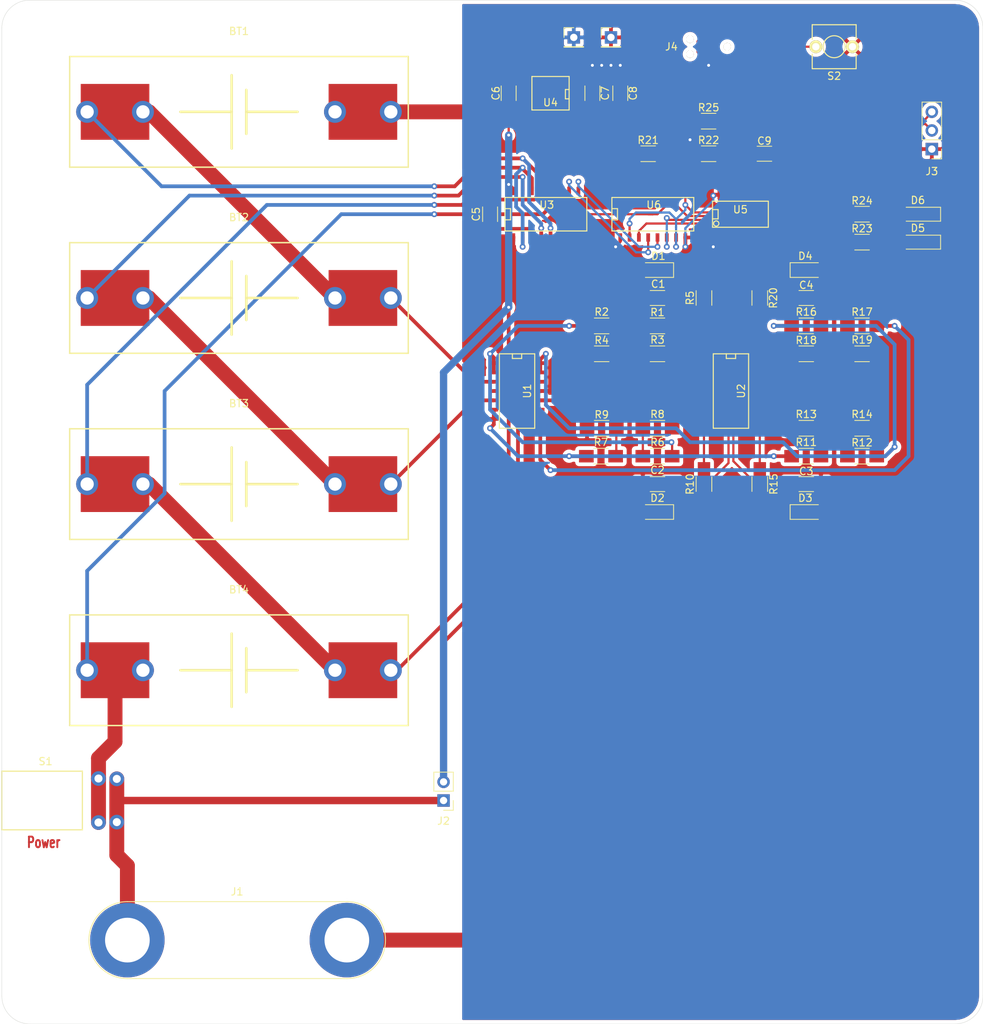
<source format=kicad_pcb>
(kicad_pcb (version 20171130) (host pcbnew "(5.1.9)-1")
  (title_block (title "Avionics Battery Prototype") (date 2021-03-08) (rev B) (company K7ARX) (comment 1 "4s1p rechargeable battery with auto-balancing and state reporting"))
  (layers (0 F.Cu signal) (31 B.Cu signal) (34 B.Paste user) (35 F.Paste user) (36 B.SilkS user) (37 F.SilkS user) (38 B.Mask user) (39 F.Mask user) (44 Edge.Cuts user))
  (net 0 "")
  (net 1 "Net-(BT1-Pad1)")
  (net 2 GND)
  (net 3 "Net-(BT2-Pad1)")
  (net 4 "Net-(BT3-Pad1)")
  (net 5 "Net-(BT4-Pad1)")
  (net 6 V1)
  (net 7 V2)
  (net 8 V3)
  (net 9 V4)
  (net 10 "Net-(C5-Pad2)")
  (net 11 "Net-(C5-Pad1)")
  (net 12 +BATT)
  (net 13 +3V3)
  (net 14 "Net-(C7-Pad2)")
  (net 15 ~RST)
  (net 16 "Net-(D5-Pad2)")
  (net 17 "Net-(D6-Pad2)")
  (net 18 UART_TX)
  (net 19 UART_RX)
  (net 20 TEST)
  (net 21 "Net-(R1-Pad1)")
  (net 22 "Net-(R2-Pad2)")
  (net 23 "Net-(R2-Pad1)")
  (net 24 "Net-(R3-Pad1)")
  (net 25 "Net-(R6-Pad1)")
  (net 26 "Net-(R11-Pad2)")
  (net 27 "Net-(R7-Pad1)")
  (net 28 "Net-(R10-Pad2)")
  (net 29 "Net-(R11-Pad1)")
  (net 30 "Net-(R12-Pad2)")
  (net 31 "Net-(R12-Pad1)")
  (net 32 "Net-(R13-Pad1)")
  (net 33 "Net-(R16-Pad1)")
  (net 34 "Net-(R17-Pad1)")
  (net 35 "Net-(R17-Pad2)")
  (net 36 "Net-(R18-Pad1)")
  (net 37 "Net-(R21-Pad2)")
  (net 38 "Net-(R23-Pad1)")
  (net 39 "Net-(R24-Pad1)")
  (net 40 "Net-(R25-Pad1)")
  (net 41 "Net-(U3-Pad10)")
  (net 42 "Net-(U3-Pad9)")
  (net 43 "Net-(U5-Pad10)")
  (net 44 "Net-(U5-Pad9)")
  (net 45 "Net-(U5-Pad8)")
  (net 46 "Net-(U6-Pad12)")
  (net 47 "Net-(J1-Pad1)")
  (module k7arx:K7ARX-10mm (layer F.Cu) (at 137.16 119.38)
    (fp_text reference G*** hide)
    (fp_text value LOGO hide)
  )
  (module Connect:Banana_Jack_2Pin (layer F.Cu) (at 55.88 156.21)
    (fp_text reference J1 (at 14.985 -6.604) (layer F.SilkS))
    (fp_text value Jack-DC)
    (pad 2 thru_hole circle (at 29.97 0) (size 10.16 10.16) (drill 6.1) (layers *.Cu *.Mask) (net 2 GND))
    (pad 1 thru_hole circle (at 0 0) (size 10.16 10.16) (drill 6.1) (layers *.Cu *.Mask) (net 47 "Net-(J1-Pad1)"))
  )
  (module Pin_Headers:Pin_Header_Straight_1x02_Pitch2.54mm (layer F.Cu) (at 99.06 137.16 180)
    (fp_text reference J2 (at 0 -2.794) (layer F.SilkS))
    (fp_text value Enable)
    (pad 2 thru_hole oval (at 0 2.54 180) (size 1.7 1.7) (drill 1) (layers *.Cu *.Mask) (net 12 +BATT))
    (pad 1 thru_hole rect (at 0 0 180) (size 1.7 1.7) (drill 1) (layers *.Cu *.Mask) (net 47 "Net-(J1-Pad1)"))
  )
  (module "k7arx:Keystone-92 Battery_Contact 14430" (layer F.Cu) (at 71.12 119.38)
    (fp_text reference BT4 (at 0 -11) (layer F.SilkS))
    (fp_text value 14430)
    (pad 2 thru_hole circle (at 20.735 0) (size 3 3) (drill 1.815) (layers *.Cu *.Mask) (net 4 "Net-(BT3-Pad1)"))
    (pad 2 thru_hole circle (at 13.115 0) (size 3 3) (drill 1.815) (layers *.Cu *.Mask) (net 4 "Net-(BT3-Pad1)"))
    (pad 2 smd rect (at 16.925 0) (size 9.37 7.62) (layers F.Cu F.Paste F.Mask) (net 4 "Net-(BT3-Pad1)"))
    (pad 1 thru_hole circle (at -20.735 0) (size 3 3) (drill 1.815) (layers *.Cu *.Mask) (net 5 "Net-(BT4-Pad1)"))
    (pad 1 thru_hole circle (at -13.115 0) (size 3 3) (drill 1.815) (layers *.Cu *.Mask) (net 5 "Net-(BT4-Pad1)"))
    (pad 1 smd rect (at -16.925 0) (size 9.37 7.62) (layers F.Cu F.Paste F.Mask) (net 5 "Net-(BT4-Pad1)"))
  )
  (module "k7arx:Keystone-92 Battery_Contact 14430" (layer F.Cu) (at 71.12 68.58)
    (fp_text reference BT2 (at 0 -11) (layer F.SilkS))
    (fp_text value 14430)
    (pad 2 thru_hole circle (at 20.735 0) (size 3 3) (drill 1.815) (layers *.Cu *.Mask) (net 1 "Net-(BT1-Pad1)"))
    (pad 2 thru_hole circle (at 13.115 0) (size 3 3) (drill 1.815) (layers *.Cu *.Mask) (net 1 "Net-(BT1-Pad1)"))
    (pad 2 smd rect (at 16.925 0) (size 9.37 7.62) (layers F.Cu F.Paste F.Mask) (net 1 "Net-(BT1-Pad1)"))
    (pad 1 thru_hole circle (at -20.735 0) (size 3 3) (drill 1.815) (layers *.Cu *.Mask) (net 3 "Net-(BT2-Pad1)"))
    (pad 1 thru_hole circle (at -13.115 0) (size 3 3) (drill 1.815) (layers *.Cu *.Mask) (net 3 "Net-(BT2-Pad1)"))
    (pad 1 smd rect (at -16.925 0) (size 9.37 7.62) (layers F.Cu F.Paste F.Mask) (net 3 "Net-(BT2-Pad1)"))
  )
  (module "k7arx:Keystone-92 Battery_Contact 14430" (layer F.Cu) (at 71.12 93.98)
    (fp_text reference BT3 (at 0 -11) (layer F.SilkS))
    (fp_text value 14430)
    (pad 1 smd rect (at -16.925 0) (size 9.37 7.62) (layers F.Cu F.Paste F.Mask) (net 4 "Net-(BT3-Pad1)"))
    (pad 1 thru_hole circle (at -13.115 0) (size 3 3) (drill 1.815) (layers *.Cu *.Mask) (net 4 "Net-(BT3-Pad1)"))
    (pad 1 thru_hole circle (at -20.735 0) (size 3 3) (drill 1.815) (layers *.Cu *.Mask) (net 4 "Net-(BT3-Pad1)"))
    (pad 2 smd rect (at 16.925 0) (size 9.37 7.62) (layers F.Cu F.Paste F.Mask) (net 3 "Net-(BT2-Pad1)"))
    (pad 2 thru_hole circle (at 13.115 0) (size 3 3) (drill 1.815) (layers *.Cu *.Mask) (net 3 "Net-(BT2-Pad1)"))
    (pad 2 thru_hole circle (at 20.735 0) (size 3 3) (drill 1.815) (layers *.Cu *.Mask) (net 3 "Net-(BT2-Pad1)"))
  )
  (module "k7arx:Keystone-92 Battery_Contact 14430" (layer F.Cu) (at 71.12 43.18)
    (fp_text reference BT1 (at 0 -11) (layer F.SilkS))
    (fp_text value 14430)
    (pad 1 smd rect (at -16.925 0) (size 9.37 7.62) (layers F.Cu F.Paste F.Mask) (net 1 "Net-(BT1-Pad1)"))
    (pad 1 thru_hole circle (at -13.115 0) (size 3 3) (drill 1.815) (layers *.Cu *.Mask) (net 1 "Net-(BT1-Pad1)"))
    (pad 1 thru_hole circle (at -20.735 0) (size 3 3) (drill 1.815) (layers *.Cu *.Mask) (net 1 "Net-(BT1-Pad1)"))
    (pad 2 smd rect (at 16.925 0) (size 9.37 7.62) (layers F.Cu F.Paste F.Mask) (net 2 GND))
    (pad 2 thru_hole circle (at 13.115 0) (size 3 3) (drill 1.815) (layers *.Cu *.Mask) (net 2 GND))
    (pad 2 thru_hole circle (at 20.735 0) (size 3 3) (drill 1.815) (layers *.Cu *.Mask) (net 2 GND))
  )
  (module SMD_Packages:SOIC-14_N (layer F.Cu) (at 109.22 81.28 270)
    (fp_text reference U1 (at 0 -1.27 90) (layer F.SilkS))
    (fp_text value OPA4197)
    (pad 1 smd rect (at -3.81 3.302 270) (size 0.508 1.143) (layers F.Cu F.Paste F.Mask) (net 22 "Net-(R2-Pad2)"))
    (pad 2 smd rect (at -2.54 3.302 270) (size 0.508 1.143) (layers F.Cu F.Paste F.Mask) (net 22 "Net-(R2-Pad2)"))
    (pad 3 smd rect (at -1.27 3.302 270) (size 0.508 1.143) (layers F.Cu F.Paste F.Mask) (net 1 "Net-(BT1-Pad1)"))
    (pad 4 smd rect (at 0 3.302 270) (size 0.508 1.143) (layers F.Cu F.Paste F.Mask) (net 12 +BATT))
    (pad 5 smd rect (at 1.27 3.302 270) (size 0.508 1.143) (layers F.Cu F.Paste F.Mask) (net 3 "Net-(BT2-Pad1)"))
    (pad 6 smd rect (at 2.54 3.302 270) (size 0.508 1.143) (layers F.Cu F.Paste F.Mask) (net 26 "Net-(R11-Pad2)"))
    (pad 7 smd rect (at 3.81 3.302 270) (size 0.508 1.143) (layers F.Cu F.Paste F.Mask) (net 26 "Net-(R11-Pad2)"))
    (pad 8 smd rect (at 3.81 -3.048 270) (size 0.508 1.143) (layers F.Cu F.Paste F.Mask) (net 35 "Net-(R17-Pad2)"))
    (pad 9 smd rect (at 2.54 -3.048 270) (size 0.508 1.143) (layers F.Cu F.Paste F.Mask) (net 35 "Net-(R17-Pad2)"))
    (pad 11 smd rect (at 0 -3.048 270) (size 0.508 1.143) (layers F.Cu F.Paste F.Mask) (net 2 GND))
    (pad 12 smd rect (at -1.27 -3.048 270) (size 0.508 1.143) (layers F.Cu F.Paste F.Mask) (net 4 "Net-(BT3-Pad1)"))
    (pad 13 smd rect (at -2.54 -3.048 270) (size 0.508 1.143) (layers F.Cu F.Paste F.Mask) (net 30 "Net-(R12-Pad2)"))
    (pad 14 smd rect (at -3.81 -3.048 270) (size 0.508 1.143) (layers F.Cu F.Paste F.Mask) (net 30 "Net-(R12-Pad2)"))
    (pad 10 smd rect (at 1.27 -3.048 270) (size 0.508 1.143) (layers F.Cu F.Paste F.Mask) (net 12 +BATT))
  )
  (module SMD_Packages:SOIC-14_N (layer F.Cu) (at 138.43 81.28 270)
    (fp_text reference U2 (at 0 -1.27 90) (layer F.SilkS))
    (fp_text value OPA4197)
    (pad 10 smd rect (at 1.27 -3.048 270) (size 0.508 1.143) (layers F.Cu F.Paste F.Mask) (net 31 "Net-(R12-Pad1)"))
    (pad 14 smd rect (at -3.81 -3.048 270) (size 0.508 1.143) (layers F.Cu F.Paste F.Mask) (net 36 "Net-(R18-Pad1)"))
    (pad 13 smd rect (at -2.54 -3.048 270) (size 0.508 1.143) (layers F.Cu F.Paste F.Mask) (net 33 "Net-(R16-Pad1)"))
    (pad 12 smd rect (at -1.27 -3.048 270) (size 0.508 1.143) (layers F.Cu F.Paste F.Mask) (net 34 "Net-(R17-Pad1)"))
    (pad 11 smd rect (at 0 -3.048 270) (size 0.508 1.143) (layers F.Cu F.Paste F.Mask) (net 2 GND))
    (pad 9 smd rect (at 2.54 -3.048 270) (size 0.508 1.143) (layers F.Cu F.Paste F.Mask) (net 29 "Net-(R11-Pad1)"))
    (pad 8 smd rect (at 3.81 -3.048 270) (size 0.508 1.143) (layers F.Cu F.Paste F.Mask) (net 32 "Net-(R13-Pad1)"))
    (pad 7 smd rect (at 3.81 3.302 270) (size 0.508 1.143) (layers F.Cu F.Paste F.Mask) (net 28 "Net-(R10-Pad2)"))
    (pad 6 smd rect (at 2.54 3.302 270) (size 0.508 1.143) (layers F.Cu F.Paste F.Mask) (net 25 "Net-(R6-Pad1)"))
    (pad 5 smd rect (at 1.27 3.302 270) (size 0.508 1.143) (layers F.Cu F.Paste F.Mask) (net 27 "Net-(R7-Pad1)"))
    (pad 4 smd rect (at 0 3.302 270) (size 0.508 1.143) (layers F.Cu F.Paste F.Mask) (net 12 +BATT))
    (pad 3 smd rect (at -1.27 3.302 270) (size 0.508 1.143) (layers F.Cu F.Paste F.Mask) (net 23 "Net-(R2-Pad1)"))
    (pad 2 smd rect (at -2.54 3.302 270) (size 0.508 1.143) (layers F.Cu F.Paste F.Mask) (net 21 "Net-(R1-Pad1)"))
    (pad 1 smd rect (at -3.81 3.302 270) (size 0.508 1.143) (layers F.Cu F.Paste F.Mask) (net 24 "Net-(R3-Pad1)"))
  )
  (module Capacitors_SMD:C_1206_HandSoldering (layer F.Cu) (at 128.27 68.58 180)
    (fp_text reference C1 (at -0.095 1.905) (layer F.SilkS))
    (fp_text value 0.1u hide)
    (pad 2 smd rect (at 2 0 180) (size 2 1.6) (layers F.Cu F.Paste F.Mask) (net 2 GND))
    (pad 1 smd rect (at -2 0 180) (size 2 1.6) (layers F.Cu F.Paste F.Mask) (net 6 V1))
  )
  (module Capacitors_SMD:C_1206_HandSoldering (layer F.Cu) (at 128.27 93.98 180)
    (fp_text reference C2 (at 0 1.905) (layer F.SilkS))
    (fp_text value 0.1u hide)
    (pad 1 smd rect (at -2 0 180) (size 2 1.6) (layers F.Cu F.Paste F.Mask) (net 7 V2))
    (pad 2 smd rect (at 2 0 180) (size 2 1.6) (layers F.Cu F.Paste F.Mask) (net 2 GND))
  )
  (module Capacitors_SMD:C_1206_HandSoldering (layer F.Cu) (at 148.59 93.98)
    (fp_text reference C3 (at 0 -1.75) (layer F.SilkS))
    (fp_text value 0.1u hide)
    (pad 2 smd rect (at 2 0) (size 2 1.6) (layers F.Cu F.Paste F.Mask) (net 2 GND))
    (pad 1 smd rect (at -2 0) (size 2 1.6) (layers F.Cu F.Paste F.Mask) (net 8 V3))
  )
  (module Capacitors_SMD:C_1206_HandSoldering (layer F.Cu) (at 148.59 68.58)
    (fp_text reference C4 (at 0 -1.75) (layer F.SilkS))
    (fp_text value 0.1u hide)
    (pad 1 smd rect (at -2 0) (size 2 1.6) (layers F.Cu F.Paste F.Mask) (net 9 V4))
    (pad 2 smd rect (at 2 0) (size 2 1.6) (layers F.Cu F.Paste F.Mask) (net 2 GND))
  )
  (module Capacitors_SMD:C_1206_HandSoldering (layer F.Cu) (at 105.41 57.15 270)
    (fp_text reference C5 (at 0 1.905 90) (layer F.SilkS))
    (fp_text value 1u hide)
    (pad 2 smd rect (at 2 0 270) (size 2 1.6) (layers F.Cu F.Paste F.Mask) (net 10 "Net-(C5-Pad2)"))
    (pad 1 smd rect (at -2 0 270) (size 2 1.6) (layers F.Cu F.Paste F.Mask) (net 11 "Net-(C5-Pad1)"))
  )
  (module Capacitors_SMD:C_1206_HandSoldering (layer F.Cu) (at 107.95 40.64 90)
    (fp_text reference C6 (at 0 -1.75 90) (layer F.SilkS))
    (fp_text value 1u hide)
    (pad 2 smd rect (at 2 0 90) (size 2 1.6) (layers F.Cu F.Paste F.Mask) (net 2 GND))
    (pad 1 smd rect (at -2 0 90) (size 2 1.6) (layers F.Cu F.Paste F.Mask) (net 12 +BATT))
  )
  (module Capacitors_SMD:C_1206_HandSoldering (layer F.Cu) (at 119.38 40.64 270)
    (fp_text reference C7 (at 0 -1.75 90) (layer F.SilkS))
    (fp_text value 10n hide)
    (pad 1 smd rect (at -2 0 270) (size 2 1.6) (layers F.Cu F.Paste F.Mask) (net 13 +3V3))
    (pad 2 smd rect (at 2 0 270) (size 2 1.6) (layers F.Cu F.Paste F.Mask) (net 14 "Net-(C7-Pad2)"))
  )
  (module Capacitors_SMD:C_1206_HandSoldering (layer F.Cu) (at 123.19 40.64 270)
    (fp_text reference C8 (at 0 -1.75 90) (layer F.SilkS))
    (fp_text value 10u hide)
    (pad 1 smd rect (at -2 0 270) (size 2 1.6) (layers F.Cu F.Paste F.Mask) (net 13 +3V3))
    (pad 2 smd rect (at 2 0 270) (size 2 1.6) (layers F.Cu F.Paste F.Mask) (net 2 GND))
  )
  (module Capacitors_SMD:C_1206_HandSoldering (layer F.Cu) (at 142.875 48.895)
    (fp_text reference C9 (at 0 -1.75) (layer F.SilkS))
    (fp_text value 10n hide)
    (pad 2 smd rect (at 2 0) (size 2 1.6) (layers F.Cu F.Paste F.Mask) (net 2 GND))
    (pad 1 smd rect (at -2 0) (size 2 1.6) (layers F.Cu F.Paste F.Mask) (net 15 ~RST))
  )
  (module Diodes_SMD:D_SOD-123F (layer F.Cu) (at 128.27 64.77 180)
    (fp_text reference D1 (at -0.127 1.905) (layer F.SilkS))
    (fp_text value "3.6V Zener" hide)
    (pad 1 smd rect (at -1.4 0 180) (size 1.1 1.1) (layers F.Cu F.Paste F.Mask) (net 6 V1))
    (pad 2 smd rect (at 1.4 0 180) (size 1.1 1.1) (layers F.Cu F.Paste F.Mask) (net 2 GND))
  )
  (module Diodes_SMD:D_SOD-123F (layer F.Cu) (at 128.27 97.79 180)
    (fp_text reference D2 (at 0 1.905) (layer F.SilkS))
    (fp_text value "3.6V Zener" hide)
    (pad 2 smd rect (at 1.4 0 180) (size 1.1 1.1) (layers F.Cu F.Paste F.Mask) (net 2 GND))
    (pad 1 smd rect (at -1.4 0 180) (size 1.1 1.1) (layers F.Cu F.Paste F.Mask) (net 7 V2))
  )
  (module Diodes_SMD:D_SOD-123F (layer F.Cu) (at 148.59 97.79)
    (fp_text reference D3 (at -0.127 -1.905) (layer F.SilkS))
    (fp_text value "3.6V Zener" hide)
    (pad 1 smd rect (at -1.4 0) (size 1.1 1.1) (layers F.Cu F.Paste F.Mask) (net 8 V3))
    (pad 2 smd rect (at 1.4 0) (size 1.1 1.1) (layers F.Cu F.Paste F.Mask) (net 2 GND))
  )
  (module Diodes_SMD:D_SOD-123F (layer F.Cu) (at 148.59 64.77)
    (fp_text reference D4 (at -0.127 -1.905) (layer F.SilkS))
    (fp_text value "3.6V Zener" hide)
    (pad 2 smd rect (at 1.4 0) (size 1.1 1.1) (layers F.Cu F.Paste F.Mask) (net 2 GND))
    (pad 1 smd rect (at -1.4 0) (size 1.1 1.1) (layers F.Cu F.Paste F.Mask) (net 9 V4))
  )
  (module LEDs:LED_1206_HandSoldering (layer F.Cu) (at 163.83 60.96 180)
    (fp_text reference D5 (at 0 1.905) (layer F.SilkS))
    (fp_text value LED hide)
    (pad 2 smd rect (at 2 0 180) (size 2 1.7) (layers F.Cu F.Paste F.Mask) (net 16 "Net-(D5-Pad2)"))
    (pad 1 smd rect (at -2 0 180) (size 2 1.7) (layers F.Cu F.Paste F.Mask) (net 2 GND))
  )
  (module LEDs:LED_1206_HandSoldering (layer F.Cu) (at 163.83 57.15 180)
    (fp_text reference D6 (at 0 1.905) (layer F.SilkS))
    (fp_text value LED hide)
    (pad 1 smd rect (at -2 0 180) (size 2 1.7) (layers F.Cu F.Paste F.Mask) (net 2 GND))
    (pad 2 smd rect (at 2 0 180) (size 2 1.7) (layers F.Cu F.Paste F.Mask) (net 17 "Net-(D6-Pad2)"))
  )
  (module Pin_Headers:Pin_Header_Straight_1x03_Pitch2.54mm (layer F.Cu) (at 165.735 48.26 180)
    (fp_text reference J3 (at 0 -3.048) (layer F.SilkS))
    (fp_text value UART hide)
    (pad 3 thru_hole oval (at 0 5.08 180) (size 1.7 1.7) (drill 1) (layers *.Cu *.Mask) (net 18 UART_TX))
    (pad 2 thru_hole oval (at 0 2.54 180) (size 1.7 1.7) (drill 1) (layers *.Cu *.Mask) (net 19 UART_RX))
    (pad 1 thru_hole rect (at 0 0 180) (size 1.7 1.7) (drill 1) (layers *.Cu *.Mask) (net 2 GND))
  )
  (module Resistors_SMD:R_1206_HandSoldering (layer F.Cu) (at 128.27 72.39)
    (fp_text reference R1 (at 0 -1.85) (layer F.SilkS))
    (fp_text value 200k hide)
    (pad 1 smd rect (at -2 0) (size 2 1.7) (layers F.Cu F.Paste F.Mask) (net 21 "Net-(R1-Pad1)"))
    (pad 2 smd rect (at 2 0) (size 2 1.7) (layers F.Cu F.Paste F.Mask) (net 2 GND))
  )
  (module Resistors_SMD:R_1206_HandSoldering (layer F.Cu) (at 120.65 72.39 180)
    (fp_text reference R2 (at 0 1.905) (layer F.SilkS))
    (fp_text value 200k hide)
    (pad 2 smd rect (at 2 0 180) (size 2 1.7) (layers F.Cu F.Paste F.Mask) (net 22 "Net-(R2-Pad2)"))
    (pad 1 smd rect (at -2 0 180) (size 2 1.7) (layers F.Cu F.Paste F.Mask) (net 23 "Net-(R2-Pad1)"))
  )
  (module Resistors_SMD:R_1206_HandSoldering (layer F.Cu) (at 128.27 76.2 180)
    (fp_text reference R3 (at 0 1.905) (layer F.SilkS))
    (fp_text value 100k hide)
    (pad 1 smd rect (at -2 0 180) (size 2 1.7) (layers F.Cu F.Paste F.Mask) (net 24 "Net-(R3-Pad1)"))
    (pad 2 smd rect (at 2 0 180) (size 2 1.7) (layers F.Cu F.Paste F.Mask) (net 21 "Net-(R1-Pad1)"))
  )
  (module Resistors_SMD:R_1206_HandSoldering (layer F.Cu) (at 120.65 76.2)
    (fp_text reference R4 (at 0 -1.85) (layer F.SilkS))
    (fp_text value 100k hide)
    (pad 2 smd rect (at 2 0) (size 2 1.7) (layers F.Cu F.Paste F.Mask) (net 23 "Net-(R2-Pad1)"))
    (pad 1 smd rect (at -2 0) (size 2 1.7) (layers F.Cu F.Paste F.Mask) (net 2 GND))
  )
  (module Resistors_SMD:R_1206_HandSoldering (layer F.Cu) (at 134.62 68.58 270)
    (fp_text reference R5 (at 0 1.905 90) (layer F.SilkS))
    (fp_text value 330 hide)
    (pad 2 smd rect (at 2 0 270) (size 2 1.7) (layers F.Cu F.Paste F.Mask) (net 24 "Net-(R3-Pad1)"))
    (pad 1 smd rect (at -2 0 270) (size 2 1.7) (layers F.Cu F.Paste F.Mask) (net 6 V1))
  )
  (module Resistors_SMD:R_1206_HandSoldering (layer F.Cu) (at 128.27 90.17)
    (fp_text reference R6 (at 0 -1.905) (layer F.SilkS))
    (fp_text value 200k hide)
    (pad 1 smd rect (at -2 0) (size 2 1.7) (layers F.Cu F.Paste F.Mask) (net 25 "Net-(R6-Pad1)"))
    (pad 2 smd rect (at 2 0) (size 2 1.7) (layers F.Cu F.Paste F.Mask) (net 22 "Net-(R2-Pad2)"))
  )
  (module Resistors_SMD:R_1206_HandSoldering (layer F.Cu) (at 120.555 90.17 180)
    (fp_text reference R7 (at 0 1.905) (layer F.SilkS))
    (fp_text value 200k hide)
    (pad 2 smd rect (at 2 0 180) (size 2 1.7) (layers F.Cu F.Paste F.Mask) (net 26 "Net-(R11-Pad2)"))
    (pad 1 smd rect (at -2 0 180) (size 2 1.7) (layers F.Cu F.Paste F.Mask) (net 27 "Net-(R7-Pad1)"))
  )
  (module Resistors_SMD:R_1206_HandSoldering (layer F.Cu) (at 128.27 86.36 180)
    (fp_text reference R8 (at 0 1.905) (layer F.SilkS))
    (fp_text value 100k hide)
    (pad 2 smd rect (at 2 0 180) (size 2 1.7) (layers F.Cu F.Paste F.Mask) (net 25 "Net-(R6-Pad1)"))
    (pad 1 smd rect (at -2 0 180) (size 2 1.7) (layers F.Cu F.Paste F.Mask) (net 28 "Net-(R10-Pad2)"))
  )
  (module Resistors_SMD:R_1206_HandSoldering (layer F.Cu) (at 120.65 86.36)
    (fp_text reference R9 (at 0 -1.85) (layer F.SilkS))
    (fp_text value 100k hide)
    (pad 2 smd rect (at 2 0) (size 2 1.7) (layers F.Cu F.Paste F.Mask) (net 27 "Net-(R7-Pad1)"))
    (pad 1 smd rect (at -2 0) (size 2 1.7) (layers F.Cu F.Paste F.Mask) (net 2 GND))
  )
  (module Resistors_SMD:R_1206_HandSoldering (layer F.Cu) (at 134.62 93.98 90)
    (fp_text reference R10 (at 0 -1.905 90) (layer F.SilkS))
    (fp_text value 330 hide)
    (pad 1 smd rect (at -2 0 90) (size 2 1.7) (layers F.Cu F.Paste F.Mask) (net 7 V2))
    (pad 2 smd rect (at 2 0 90) (size 2 1.7) (layers F.Cu F.Paste F.Mask) (net 28 "Net-(R10-Pad2)"))
  )
  (module Resistors_SMD:R_1206_HandSoldering (layer F.Cu) (at 148.59 90.17 180)
    (fp_text reference R11 (at 0 1.905) (layer F.SilkS))
    (fp_text value 200k hide)
    (pad 1 smd rect (at -2 0 180) (size 2 1.7) (layers F.Cu F.Paste F.Mask) (net 29 "Net-(R11-Pad1)"))
    (pad 2 smd rect (at 2 0 180) (size 2 1.7) (layers F.Cu F.Paste F.Mask) (net 26 "Net-(R11-Pad2)"))
  )
  (module Resistors_SMD:R_1206_HandSoldering (layer F.Cu) (at 156.21 90.17)
    (fp_text reference R12 (at 0 -1.85) (layer F.SilkS))
    (fp_text value 200k hide)
    (pad 2 smd rect (at 2 0) (size 2 1.7) (layers F.Cu F.Paste F.Mask) (net 30 "Net-(R12-Pad2)"))
    (pad 1 smd rect (at -2 0) (size 2 1.7) (layers F.Cu F.Paste F.Mask) (net 31 "Net-(R12-Pad1)"))
  )
  (module Resistors_SMD:R_1206_HandSoldering (layer F.Cu) (at 148.59 86.36)
    (fp_text reference R13 (at 0 -1.905) (layer F.SilkS))
    (fp_text value 100k hide)
    (pad 1 smd rect (at -2 0) (size 2 1.7) (layers F.Cu F.Paste F.Mask) (net 32 "Net-(R13-Pad1)"))
    (pad 2 smd rect (at 2 0) (size 2 1.7) (layers F.Cu F.Paste F.Mask) (net 29 "Net-(R11-Pad1)"))
  )
  (module Resistors_SMD:R_1206_HandSoldering (layer F.Cu) (at 156.21 86.36 180)
    (fp_text reference R14 (at 0 1.905) (layer F.SilkS))
    (fp_text value 100k hide)
    (pad 2 smd rect (at 2 0 180) (size 2 1.7) (layers F.Cu F.Paste F.Mask) (net 31 "Net-(R12-Pad1)"))
    (pad 1 smd rect (at -2 0 180) (size 2 1.7) (layers F.Cu F.Paste F.Mask) (net 2 GND))
  )
  (module Resistors_SMD:R_1206_HandSoldering (layer F.Cu) (at 142.24 93.98 90)
    (fp_text reference R15 (at 0 1.905 90) (layer F.SilkS))
    (fp_text value 330 hide)
    (pad 2 smd rect (at 2 0 90) (size 2 1.7) (layers F.Cu F.Paste F.Mask) (net 32 "Net-(R13-Pad1)"))
    (pad 1 smd rect (at -2 0 90) (size 2 1.7) (layers F.Cu F.Paste F.Mask) (net 8 V3))
  )
  (module Resistors_SMD:R_1206_HandSoldering (layer F.Cu) (at 148.59 72.39 180)
    (fp_text reference R16 (at 0 1.905) (layer F.SilkS))
    (fp_text value 200k hide)
    (pad 1 smd rect (at -2 0 180) (size 2 1.7) (layers F.Cu F.Paste F.Mask) (net 33 "Net-(R16-Pad1)"))
    (pad 2 smd rect (at 2 0 180) (size 2 1.7) (layers F.Cu F.Paste F.Mask) (net 30 "Net-(R12-Pad2)"))
  )
  (module Resistors_SMD:R_1206_HandSoldering (layer F.Cu) (at 156.21 72.39)
    (fp_text reference R17 (at 0 -1.905) (layer F.SilkS))
    (fp_text value 200k hide)
    (pad 1 smd rect (at -2 0) (size 2 1.7) (layers F.Cu F.Paste F.Mask) (net 34 "Net-(R17-Pad1)"))
    (pad 2 smd rect (at 2 0) (size 2 1.7) (layers F.Cu F.Paste F.Mask) (net 35 "Net-(R17-Pad2)"))
  )
  (module Resistors_SMD:R_1206_HandSoldering (layer F.Cu) (at 148.59 76.2)
    (fp_text reference R18 (at 0 -1.85) (layer F.SilkS))
    (fp_text value 100k hide)
    (pad 2 smd rect (at 2 0) (size 2 1.7) (layers F.Cu F.Paste F.Mask) (net 33 "Net-(R16-Pad1)"))
    (pad 1 smd rect (at -2 0) (size 2 1.7) (layers F.Cu F.Paste F.Mask) (net 36 "Net-(R18-Pad1)"))
  )
  (module Resistors_SMD:R_1206_HandSoldering (layer F.Cu) (at 156.21 76.2 180)
    (fp_text reference R19 (at 0 1.905) (layer F.SilkS))
    (fp_text value 100k hide)
    (pad 1 smd rect (at -2 0 180) (size 2 1.7) (layers F.Cu F.Paste F.Mask) (net 2 GND))
    (pad 2 smd rect (at 2 0 180) (size 2 1.7) (layers F.Cu F.Paste F.Mask) (net 34 "Net-(R17-Pad1)"))
  )
  (module Resistors_SMD:R_1206_HandSoldering (layer F.Cu) (at 142.24 68.58 270)
    (fp_text reference R20 (at 0 -1.85 90) (layer F.SilkS))
    (fp_text value 330 hide)
    (pad 1 smd rect (at -2 0 270) (size 2 1.7) (layers F.Cu F.Paste F.Mask) (net 9 V4))
    (pad 2 smd rect (at 2 0 270) (size 2 1.7) (layers F.Cu F.Paste F.Mask) (net 36 "Net-(R18-Pad1)"))
  )
  (module Resistors_SMD:R_1206_HandSoldering (layer F.Cu) (at 127 48.895)
    (fp_text reference R21 (at 0 -1.85) (layer F.SilkS))
    (fp_text value 33k hide)
    (pad 2 smd rect (at 2 0) (size 2 1.7) (layers F.Cu F.Paste F.Mask) (net 37 "Net-(R21-Pad2)"))
    (pad 1 smd rect (at -2 0) (size 2 1.7) (layers F.Cu F.Paste F.Mask) (net 12 +BATT))
  )
  (module Resistors_SMD:R_1206_HandSoldering (layer F.Cu) (at 135.255 48.895)
    (fp_text reference R22 (at 0 -1.85) (layer F.SilkS))
    (fp_text value 33k hide)
    (pad 1 smd rect (at -2 0) (size 2 1.7) (layers F.Cu F.Paste F.Mask) (net 13 +3V3))
    (pad 2 smd rect (at 2 0) (size 2 1.7) (layers F.Cu F.Paste F.Mask) (net 15 ~RST))
  )
  (module Resistors_SMD:R_1206_HandSoldering (layer F.Cu) (at 156.21 60.96)
    (fp_text reference R23 (at 0 -1.85) (layer F.SilkS))
    (fp_text value 330 hide)
    (pad 2 smd rect (at 2 0) (size 2 1.7) (layers F.Cu F.Paste F.Mask) (net 16 "Net-(D5-Pad2)"))
    (pad 1 smd rect (at -2 0) (size 2 1.7) (layers F.Cu F.Paste F.Mask) (net 38 "Net-(R23-Pad1)"))
  )
  (module Resistors_SMD:R_1206_HandSoldering (layer F.Cu) (at 156.21 57.15)
    (fp_text reference R24 (at 0 -1.85) (layer F.SilkS))
    (fp_text value 330 hide)
    (pad 2 smd rect (at 2 0) (size 2 1.7) (layers F.Cu F.Paste F.Mask) (net 17 "Net-(D6-Pad2)"))
    (pad 1 smd rect (at -2 0) (size 2 1.7) (layers F.Cu F.Paste F.Mask) (net 39 "Net-(R24-Pad1)"))
  )
  (module Resistors_SMD:R_1206_HandSoldering (layer F.Cu) (at 135.255 44.45)
    (fp_text reference R25 (at 0 -1.85) (layer F.SilkS))
    (fp_text value 33k hide)
    (pad 1 smd rect (at -2 0) (size 2 1.7) (layers F.Cu F.Paste F.Mask) (net 40 "Net-(R25-Pad1)"))
    (pad 2 smd rect (at 2 0) (size 2 1.7) (layers F.Cu F.Paste F.Mask) (net 2 GND))
  )
  (module SMD_Packages:SO-16-N (layer F.Cu) (at 113.03 57.15)
    (fp_text reference U3 (at 0.127 -1.27) (layer F.SilkS))
    (fp_text value CD4052B)
    (pad 16 smd rect (at -4.445 -3.175) (size 0.508 1.143) (layers F.Cu F.Paste F.Mask) (net 12 +BATT))
    (pad 14 smd rect (at -1.905 -3.175) (size 0.508 1.143) (layers F.Cu F.Paste F.Mask) (net 3 "Net-(BT2-Pad1)"))
    (pad 13 smd rect (at -0.635 -3.175) (size 0.508 1.143) (layers F.Cu F.Paste F.Mask) (net 11 "Net-(C5-Pad1)"))
    (pad 12 smd rect (at 0.635 -3.175) (size 0.508 1.143) (layers F.Cu F.Paste F.Mask) (net 1 "Net-(BT1-Pad1)"))
    (pad 11 smd rect (at 1.905 -3.175) (size 0.508 1.143) (layers F.Cu F.Paste F.Mask) (net 5 "Net-(BT4-Pad1)"))
    (pad 10 smd rect (at 3.175 -3.175) (size 0.508 1.143) (layers F.Cu F.Paste F.Mask) (net 41 "Net-(U3-Pad10)"))
    (pad 9 smd rect (at 4.445 -3.175) (size 0.508 1.143) (layers F.Cu F.Paste F.Mask) (net 42 "Net-(U3-Pad9)"))
    (pad 8 smd rect (at 4.445 3.175) (size 0.508 1.143) (layers F.Cu F.Paste F.Mask) (net 2 GND))
    (pad 7 smd rect (at 3.175 3.175) (size 0.508 1.143) (layers F.Cu F.Paste F.Mask) (net 2 GND))
    (pad 6 smd rect (at 1.905 3.175) (size 0.508 1.143) (layers F.Cu F.Paste F.Mask) (net 37 "Net-(R21-Pad2)"))
    (pad 5 smd rect (at 0.635 3.175) (size 0.508 1.143) (layers F.Cu F.Paste F.Mask) (net 1 "Net-(BT1-Pad1)"))
    (pad 4 smd rect (at -0.635 3.175) (size 0.508 1.143) (layers F.Cu F.Paste F.Mask) (net 4 "Net-(BT3-Pad1)"))
    (pad 3 smd rect (at -1.905 3.175) (size 0.508 1.143) (layers F.Cu F.Paste F.Mask) (net 10 "Net-(C5-Pad2)"))
    (pad 2 smd rect (at -3.175 3.175) (size 0.508 1.143) (layers F.Cu F.Paste F.Mask) (net 3 "Net-(BT2-Pad1)"))
    (pad 1 smd rect (at -4.445 3.175) (size 0.508 1.143) (layers F.Cu F.Paste F.Mask) (net 2 GND))
    (pad 15 smd rect (at -3.175 -3.175) (size 0.508 1.143) (layers F.Cu F.Paste F.Mask) (net 4 "Net-(BT3-Pad1)"))
  )
  (module SMD_Packages:SSOP-20 (layer F.Cu) (at 139.5984 57.15)
    (fp_text reference U5 (at 0 -0.635) (layer F.SilkS))
    (fp_text value MSP430G2233)
    (pad 1 smd rect (at -2.921 2.667) (size 0.4064 1.27) (layers F.Cu F.Paste F.Mask) (net 13 +3V3))
    (pad 2 smd rect (at -2.286 2.667) (size 0.4064 1.27) (layers F.Cu F.Paste F.Mask) (net 6 V1))
    (pad 3 smd rect (at -1.6256 2.667) (size 0.4064 1.27) (layers F.Cu F.Paste F.Mask) (net 7 V2))
    (pad 4 smd rect (at -0.9652 2.667) (size 0.4064 1.27) (layers F.Cu F.Paste F.Mask) (net 8 V3))
    (pad 5 smd rect (at -0.3302 2.667) (size 0.4064 1.27) (layers F.Cu F.Paste F.Mask) (net 9 V4))
    (pad 6 smd rect (at 0.3302 2.667) (size 0.4064 1.27) (layers F.Cu F.Paste F.Mask) (net 38 "Net-(R23-Pad1)"))
    (pad 7 smd rect (at 0.9906 2.667) (size 0.4064 1.27) (layers F.Cu F.Paste F.Mask) (net 39 "Net-(R24-Pad1)"))
    (pad 8 smd rect (at 1.6256 2.667) (size 0.4064 1.27) (layers F.Cu F.Paste F.Mask) (net 45 "Net-(U5-Pad8)"))
    (pad 9 smd rect (at 2.286 2.667) (size 0.4064 1.27) (layers F.Cu F.Paste F.Mask) (net 44 "Net-(U5-Pad9)"))
    (pad 10 smd rect (at 2.921 2.667) (size 0.4064 1.27) (layers F.Cu F.Paste F.Mask) (net 43 "Net-(U5-Pad10)"))
    (pad 11 smd rect (at 2.921 -2.667) (size 0.4064 1.27) (layers F.Cu F.Paste F.Mask) (net 40 "Net-(R25-Pad1)"))
    (pad 12 smd rect (at 2.286 -2.667) (size 0.4064 1.27) (layers F.Cu F.Paste F.Mask) (net 19 UART_RX))
    (pad 13 smd rect (at 1.6256 -2.667) (size 0.4064 1.27) (layers F.Cu F.Paste F.Mask) (net 18 UART_TX))
    (pad 14 smd rect (at 0.9906 -2.667) (size 0.4064 1.27) (layers F.Cu F.Paste F.Mask) (net 2 GND))
    (pad 15 smd rect (at 0.3302 -2.667) (size 0.4064 1.27) (layers F.Cu F.Paste F.Mask) (net 2 GND))
    (pad 16 smd rect (at -0.3302 -2.667) (size 0.4064 1.27) (layers F.Cu F.Paste F.Mask) (net 15 ~RST))
    (pad 17 smd rect (at -0.9652 -2.667) (size 0.4064 1.27) (layers F.Cu F.Paste F.Mask) (net 20 TEST))
    (pad 18 smd rect (at -1.6256 -2.667) (size 0.4064 1.27) (layers F.Cu F.Paste F.Mask) (net 2 GND))
    (pad 19 smd rect (at -2.286 -2.667) (size 0.4064 1.27) (layers F.Cu F.Paste F.Mask) (net 2 GND))
    (pad 20 smd rect (at -2.921 -2.667) (size 0.4064 1.27) (layers F.Cu F.Paste F.Mask) (net 2 GND))
  )
  (module SMD_Packages:SO-16-N (layer F.Cu) (at 127.635 57.15)
    (fp_text reference U6 (at 0.127 -1.27) (layer F.SilkS))
    (fp_text value CD40109B)
    (pad 15 smd rect (at -3.175 -3.175) (size 0.508 1.143) (layers F.Cu F.Paste F.Mask) (net 2 GND))
    (pad 1 smd rect (at -4.445 3.175) (size 0.508 1.143) (layers F.Cu F.Paste F.Mask) (net 13 +3V3))
    (pad 2 smd rect (at -3.175 3.175) (size 0.508 1.143) (layers F.Cu F.Paste F.Mask) (net 40 "Net-(R25-Pad1)"))
    (pad 3 smd rect (at -1.905 3.175) (size 0.508 1.143) (layers F.Cu F.Paste F.Mask) (net 45 "Net-(U5-Pad8)"))
    (pad 4 smd rect (at -0.635 3.175) (size 0.508 1.143) (layers F.Cu F.Paste F.Mask) (net 41 "Net-(U3-Pad10)"))
    (pad 5 smd rect (at 0.635 3.175) (size 0.508 1.143) (layers F.Cu F.Paste F.Mask) (net 42 "Net-(U3-Pad9)"))
    (pad 6 smd rect (at 1.905 3.175) (size 0.508 1.143) (layers F.Cu F.Paste F.Mask) (net 44 "Net-(U5-Pad9)"))
    (pad 7 smd rect (at 3.175 3.175) (size 0.508 1.143) (layers F.Cu F.Paste F.Mask) (net 40 "Net-(R25-Pad1)"))
    (pad 8 smd rect (at 4.445 3.175) (size 0.508 1.143) (layers F.Cu F.Paste F.Mask) (net 2 GND))
    (pad 9 smd rect (at 4.445 -3.175) (size 0.508 1.143) (layers F.Cu F.Paste F.Mask) (net 40 "Net-(R25-Pad1)"))
    (pad 10 smd rect (at 3.175 -3.175) (size 0.508 1.143) (layers F.Cu F.Paste F.Mask) (net 43 "Net-(U5-Pad10)"))
    (pad 11 smd rect (at 1.905 -3.175) (size 0.508 1.143) (layers F.Cu F.Paste F.Mask) (net 37 "Net-(R21-Pad2)"))
    (pad 12 smd rect (at 0.635 -3.175) (size 0.508 1.143) (layers F.Cu F.Paste F.Mask) (net 46 "Net-(U6-Pad12)"))
    (pad 13 smd rect (at -0.635 -3.175) (size 0.508 1.143) (layers F.Cu F.Paste F.Mask) (net 2 GND))
    (pad 14 smd rect (at -1.905 -3.175) (size 0.508 1.143) (layers F.Cu F.Paste F.Mask) (net 2 GND))
    (pad 16 smd rect (at -4.445 -3.175) (size 0.508 1.143) (layers F.Cu F.Paste F.Mask) (net 12 +BATT))
  )
  (module SMD_Packages:SOIC-8-N (layer F.Cu) (at 113.665 40.64 180)
    (fp_text reference U4 (at 0 -1.27) (layer F.SilkS))
    (fp_text value LT1763)
    (pad 1 smd rect (at -1.905 3.175 180) (size 0.508 1.143) (layers F.Cu F.Paste F.Mask) (net 13 +3V3))
    (pad 2 smd rect (at -0.635 3.175 180) (size 0.508 1.143) (layers F.Cu F.Paste F.Mask) (net 13 +3V3))
    (pad 3 smd rect (at 0.635 3.175 180) (size 0.508 1.143) (layers F.Cu F.Paste F.Mask) (net 2 GND))
    (pad 4 smd rect (at 1.905 3.175 180) (size 0.508 1.143) (layers F.Cu F.Paste F.Mask) (net 14 "Net-(C7-Pad2)"))
    (pad 5 smd rect (at 1.905 -3.175 180) (size 0.508 1.143) (layers F.Cu F.Paste F.Mask) (net 12 +BATT))
    (pad 6 smd rect (at 0.635 -3.175 180) (size 0.508 1.143) (layers F.Cu F.Paste F.Mask) (net 2 GND))
    (pad 7 smd rect (at -0.635 -3.175 180) (size 0.508 1.143) (layers F.Cu F.Paste F.Mask) (net 2 GND))
    (pad 8 smd rect (at -1.905 -3.175 180) (size 0.508 1.143) (layers F.Cu F.Paste F.Mask) (net 12 +BATT))
  )
  (module k7arx:Tag-Connect_TC2030-NL (layer F.Cu) (at 136.525 34.29 180)
    (fp_text reference J4 (at 6.35 0) (layer F.SilkS))
    (fp_text value "SBW JTAG" hide)
    (pad "" np_thru_hole circle (at 3.81 -1.016 180) (size 1 1) (drill 0.991) (layers *.Cu *.Mask F.SilkS))
    (pad "" np_thru_hole circle (at 3.81 1.016 180) (size 1 1) (drill 0.991) (layers *.Cu *.Mask F.SilkS))
    (pad "" np_thru_hole circle (at -1.27 0 180) (size 1 1) (drill 0.991) (layers *.Cu *.Mask F.SilkS))
    (pad 6 smd circle (at 2.54 -0.635 180) (size 0.787 0.787) (layers F.Cu F.Paste F.Mask) (net 20 TEST))
    (pad 5 smd circle (at 2.54 0.635 180) (size 0.787 0.787) (layers F.Cu F.Paste F.Mask) (net 2 GND))
    (pad 4 smd circle (at 1.27 -0.635 180) (size 0.787 0.787) (layers F.Cu F.Paste F.Mask) (net 13 +3V3))
    (pad 3 smd circle (at 1.27 0.635 180) (size 0.787 0.787) (layers F.Cu F.Paste F.Mask) (net 2 GND))
    (pad 2 smd circle (at 0 -0.635 180) (size 0.787 0.787) (layers F.Cu F.Paste F.Mask) (net 13 +3V3))
    (pad 1 smd circle (at 0 0.635 180) (size 0.787 0.787) (layers F.Cu F.Paste F.Mask) (net 15 ~RST))
    (pad 1 smd circle (at 0 0.635 180) (size 0.787 0.787) (layers F.Cu F.Paste F.Mask) (net 15 ~RST))
    (pad 2 smd circle (at 0 -0.635 180) (size 0.787 0.787) (layers F.Cu F.Paste F.Mask) (net 13 +3V3))
    (pad 3 smd circle (at 1.27 0.635 180) (size 0.787 0.787) (layers F.Cu F.Paste F.Mask) (net 2 GND))
    (pad 4 smd circle (at 1.27 -0.635 180) (size 0.787 0.787) (layers F.Cu F.Paste F.Mask) (net 13 +3V3))
    (pad 5 smd circle (at 2.54 0.635 180) (size 0.787 0.787) (layers F.Cu F.Paste F.Mask) (net 2 GND))
    (pad 6 smd circle (at 2.54 -0.635 180) (size 0.787 0.787) (layers F.Cu F.Paste F.Mask) (net 20 TEST))
    (pad "" np_thru_hole circle (at -1.27 0 180) (size 1 1) (drill 0.991) (layers *.Cu *.Mask F.SilkS))
    (pad "" np_thru_hole circle (at 3.81 1.016 180) (size 1 1) (drill 0.991) (layers *.Cu *.Mask F.SilkS))
    (pad "" np_thru_hole circle (at 3.81 -1.016 180) (size 1 1) (drill 0.991) (layers *.Cu *.Mask F.SilkS))
  )
  (module "k7arx:PB400 DPST Pushbutton Switch" (layer F.Cu) (at 38.735 137.16 180)
    (fp_text reference S1 (at -5.969 5.334) (layer F.SilkS))
    (fp_text value "Power Switch" hide)
    (pad 1 thru_hole circle (at -15.7 2.95 180) (size 2 2) (drill 1.1) (layers *.Cu *.Mask) (net 47 "Net-(J1-Pad1)"))
    (pad 3 thru_hole circle (at -15.7 -2.95 180) (size 2 2) (drill 1.1) (layers *.Cu *.Mask) (net 47 "Net-(J1-Pad1)"))
    (pad 2 thru_hole circle (at -13.2 3 180) (size 2 2) (drill 1.1) (layers *.Cu *.Mask) (net 5 "Net-(BT4-Pad1)"))
    (pad 4 thru_hole circle (at -13.2 -3 180) (size 2 2) (drill 1.1) (layers *.Cu *.Mask) (net 5 "Net-(BT4-Pad1)"))
    (pad "" np_thru_hole circle (at -1.8 2.2 180) (size 1.9 1.9) (drill 1.9) (layers *.Cu *.Mask))
    (pad "" np_thru_hole circle (at -1.8 -2.2 180) (size 1.9 1.9) (drill 1.9) (layers *.Cu *.Mask))
  )
  (module k7arx:EVQ2_Momentary_Switch (layer F.Cu) (at 152.4 34.29)
    (fp_text reference S2 (at 0 4) (layer F.SilkS))
    (fp_text value "Tac Switch" hide)
    (pad 1 thru_hole circle (at -2.5 0) (size 1.75 1.75) (drill 1) (layers *.Cu *.Mask F.SilkS) (net 15 ~RST))
    (pad 2 thru_hole circle (at 2.5 0) (size 1.75 1.75) (drill 1) (layers *.Cu *.Mask F.SilkS) (net 2 GND))
  )
  (module Pin_Headers:Pin_Header_Straight_1x01_Pitch2.54mm (layer F.Cu) (at 116.84 33.02)
    (fp_text reference TP1 hide)
    (fp_text value 3V3)
    (pad 1 thru_hole rect (at 0 0) (size 1.7 1.7) (drill 1) (layers *.Cu *.Mask) (net 13 +3V3))
  )
  (module Pin_Headers:Pin_Header_Straight_1x01_Pitch2.54mm (layer F.Cu) (at 121.92 33.02)
    (fp_text reference TP2 hide)
    (fp_text value Gnd)
    (pad 1 thru_hole rect (at 0 0) (size 1.7 1.7) (drill 1) (layers *.Cu *.Mask) (net 2 GND))
  )
  (gr_text Power (at 44.45 142.875) (layer F.Cu) (effects (font (size 1.4478 1.016) (thickness 0.254))))
  (gr_line (start 42.545 27.94) (end 168.91 27.94) (layer Edge.Cuts) (width 0.05))
  (gr_line (start 38.735 31.75) (end 38.735 163.83) (layer Edge.Cuts) (width 0.05))
  (gr_arc (start 42.545 31.75) (end 42.545 27.94) (angle -90) (layer Edge.Cuts) (width 0.05))
  (gr_line (start 42.545 167.64) (end 168.91 167.64) (layer Edge.Cuts) (width 0.05))
  (gr_arc (start 42.545 163.83) (end 38.735 163.83) (angle -90) (layer Edge.Cuts) (width 0.05))
  (gr_line (start 172.72 163.83) (end 172.72 31.75) (layer Edge.Cuts) (width 0.05))
  (gr_arc (start 168.91 163.83) (end 168.91 167.64) (angle -90) (layer Edge.Cuts) (width 0.05))
  (gr_arc (start 168.91 31.75) (end 172.72 31.75) (angle -90) (layer Edge.Cuts) (width 0.05))
  (gr_text "Avionics Battery Prototype Rev B" (at 137.16 129.54) (layer F.Cu) (effects (font (size 1.905 1.524) (thickness 0.254))))
  (segment (start 58.835 43.18) (end 84.235 68.58) (width 2.032) (layer F.Cu) (net 1))
  (segment (start 54.195 43.18) (end 58.835 43.18) (width 2.032) (layer F.Cu) (net 1))
  (segment (start 103.285 80.01) (end 91.855 68.58) (width 0.508) (layer F.Cu) (net 1))
  (segment (start 105.918 80.01) (end 103.285 80.01) (width 0.508) (layer F.Cu) (net 1))
  (via (at 113.665 59.055) (size 0.8) (drill 0.4) (layers F.Cu B.Cu) (net 1))
  (segment (start 60.545 53.34) (end 97.79 53.34) (width 0.508) (layer B.Cu) (net 1))
  (segment (start 50.385 43.18) (end 60.545 53.34) (width 0.508) (layer B.Cu) (net 1))
  (via (at 97.79 53.34) (size 0.8) (drill 0.4) (layers F.Cu B.Cu) (net 1))
  (via (at 109.855 49.53) (size 0.8) (drill 0.4) (layers F.Cu B.Cu) (net 1))
  (segment (start 113.665 53.34) (end 109.855 49.53) (width 0.508) (layer F.Cu) (net 1))
  (segment (start 113.665 53.975) (end 113.665 53.34) (width 0.508) (layer F.Cu) (net 1))
  (segment (start 113.665 58.42) (end 110.744 55.499) (width 0.508) (layer B.Cu) (net 1))
  (segment (start 110.744 50.419) (end 109.855 49.53) (width 0.508) (layer B.Cu) (net 1))
  (segment (start 110.744 55.499) (end 110.744 50.419) (width 0.508) (layer B.Cu) (net 1))
  (segment (start 113.665 59.055) (end 113.665 58.42) (width 0.508) (layer B.Cu) (net 1))
  (segment (start 113.665 60.325) (end 113.665 59.055) (width 0.508) (layer F.Cu) (net 1))
  (segment (start 100.584 53.34) (end 97.79 53.34) (width 0.508) (layer F.Cu) (net 1))
  (segment (start 104.394 49.53) (end 100.584 53.34) (width 0.508) (layer F.Cu) (net 1))
  (segment (start 109.855 49.53) (end 104.394 49.53) (width 0.508) (layer F.Cu) (net 1))
  (segment (start 88.045 43.18) (end 104.14 43.18) (width 2.032) (layer F.Cu) (net 2))
  (segment (start 139.9286 54.483) (end 139.9286 53.1114) (width 0.3) (layer F.Cu) (net 2))
  (segment (start 140.589 54.483) (end 140.589 53.086) (width 0.3) (layer F.Cu) (net 2))
  (segment (start 140.589 53.086) (end 140.97 52.705) (width 0.3) (layer F.Cu) (net 2))
  (segment (start 137.3124 54.483) (end 137.9728 54.483) (width 0.3) (layer F.Cu) (net 2))
  (segment (start 139.9286 54.483) (end 140.589 54.483) (width 0.3) (layer F.Cu) (net 2))
  (via (at 132.08 61.595) (size 0.8) (drill 0.4) (layers F.Cu B.Cu) (net 2))
  (segment (start 132.08 60.325) (end 132.08 61.595) (width 0.3) (layer F.Cu) (net 2))
  (segment (start 132.08 61.595) (end 132.08 59.055) (width 0.3) (layer B.Cu) (net 2))
  (via (at 135.89 54.61) (size 0.8) (drill 0.4) (layers F.Cu B.Cu) (net 2))
  (segment (start 135.89 55.245) (end 135.89 54.61) (width 0.3) (layer B.Cu) (net 2))
  (segment (start 132.08 59.055) (end 135.89 55.245) (width 0.3) (layer B.Cu) (net 2))
  (segment (start 136.5504 54.61) (end 136.6774 54.483) (width 0.3) (layer F.Cu) (net 2))
  (segment (start 135.89 54.61) (end 136.5504 54.61) (width 0.3) (layer F.Cu) (net 2))
  (segment (start 136.6774 54.483) (end 136.6774 55.8546) (width 0.3) (layer F.Cu) (net 2))
  (segment (start 137.3124 54.483) (end 137.3124 55.7784) (width 0.3) (layer F.Cu) (net 2))
  (segment (start 137.9728 54.483) (end 137.9728 55.6768) (width 0.3) (layer F.Cu) (net 2))
  (segment (start 139.9286 54.483) (end 139.9286 55.6006) (width 0.3) (layer F.Cu) (net 2))
  (segment (start 140.589 54.483) (end 140.589 55.499) (width 0.3) (layer F.Cu) (net 2))
  (segment (start 137.9728 54.483) (end 137.9728 54.1528) (width 0.3) (layer F.Cu) (net 2))
  (segment (start 137.9728 54.483) (end 137.9728 53.6448) (width 0.3) (layer F.Cu) (net 2))
  (segment (start 137.9728 53.6448) (end 137.16 52.832) (width 0.3) (layer F.Cu) (net 2))
  (segment (start 137.16 52.832) (end 135.636 51.308) (width 0.3) (layer F.Cu) (net 2))
  (segment (start 135.636 51.308) (end 135.128 51.816) (width 0.3) (layer F.Cu) (net 2))
  (segment (start 135.128 51.816) (end 132.842 54.102) (width 0.3) (layer F.Cu) (net 2))
  (segment (start 132.842 54.102) (end 132.842 54.864) (width 0.3) (layer F.Cu) (net 2))
  (segment (start 137.3124 54.483) (end 137.3124 53.4924) (width 0.3) (layer F.Cu) (net 2))
  (segment (start 137.3124 53.4924) (end 136.652 52.832) (width 0.3) (layer F.Cu) (net 2))
  (segment (start 136.6774 54.483) (end 136.6774 53.1114) (width 0.3) (layer F.Cu) (net 2))
  (segment (start 135.255 33.655) (end 133.985 33.655) (width 0.3) (layer F.Cu) (net 2))
  (segment (start 85.85 156.21) (end 105.41 156.21) (width 2.032) (layer F.Cu) (net 2))
  (segment (start 105.918 82.55) (end 103.285 82.55) (width 0.508) (layer F.Cu) (net 3))
  (segment (start 103.285 82.55) (end 91.855 93.98) (width 0.508) (layer F.Cu) (net 3))
  (segment (start 58.835 68.58) (end 84.235 93.98) (width 2.032) (layer F.Cu) (net 3))
  (segment (start 54.195 68.58) (end 58.835 68.58) (width 2.032) (layer F.Cu) (net 3))
  (via (at 109.855 61.595) (size 0.8) (drill 0.4) (layers F.Cu B.Cu) (net 3))
  (segment (start 109.855 60.325) (end 109.855 61.595) (width 0.508) (layer F.Cu) (net 3))
  (segment (start 64.355 54.61) (end 97.79 54.61) (width 0.508) (layer B.Cu) (net 3))
  (segment (start 50.385 68.58) (end 64.355 54.61) (width 0.508) (layer B.Cu) (net 3))
  (via (at 97.79 54.61) (size 0.8) (drill 0.4) (layers F.Cu B.Cu) (net 3))
  (via (at 109.855 50.8) (size 0.8) (drill 0.4) (layers F.Cu B.Cu) (net 3))
  (segment (start 109.855 50.959998) (end 109.855 50.8) (width 0.3) (layer F.Cu) (net 3))
  (segment (start 111.125 52.229998) (end 109.855 50.959998) (width 0.508) (layer F.Cu) (net 3))
  (segment (start 111.125 53.975) (end 111.125 52.229998) (width 0.508) (layer F.Cu) (net 3))
  (segment (start 109.855 57.023) (end 109.855 61.595) (width 0.508) (layer B.Cu) (net 3))
  (segment (start 108.966 56.134) (end 109.855 57.023) (width 0.508) (layer B.Cu) (net 3))
  (segment (start 108.966 51.689) (end 108.966 56.134) (width 0.508) (layer B.Cu) (net 3))
  (segment (start 109.855 50.8) (end 108.966 51.689) (width 0.508) (layer B.Cu) (net 3))
  (segment (start 101.092 54.61) (end 97.79 54.61) (width 0.508) (layer F.Cu) (net 3))
  (segment (start 104.902 50.8) (end 101.092 54.61) (width 0.508) (layer F.Cu) (net 3))
  (segment (start 109.855 50.8) (end 104.902 50.8) (width 0.508) (layer F.Cu) (net 3))
  (segment (start 58.835 93.98) (end 84.235 119.38) (width 2.032) (layer F.Cu) (net 4))
  (segment (start 54.195 93.98) (end 58.835 93.98) (width 2.032) (layer F.Cu) (net 4))
  (segment (start 88.045 119.38) (end 92.71 119.38) (width 0.3) (layer F.Cu) (net 4))
  (segment (start 92.71 119.38) (end 107.95 104.14) (width 0.508) (layer F.Cu) (net 4))
  (segment (start 111.3965 80.01) (end 112.268 80.01) (width 0.508) (layer F.Cu) (net 4))
  (segment (start 107.95 83.4565) (end 111.3965 80.01) (width 0.508) (layer F.Cu) (net 4))
  (segment (start 107.95 104.14) (end 107.95 83.4565) (width 0.508) (layer F.Cu) (net 4))
  (segment (start 50.385 93.98) (end 50.385 80.425) (width 0.508) (layer B.Cu) (net 4))
  (via (at 97.79 55.88) (size 0.8) (drill 0.4) (layers F.Cu B.Cu) (net 4))
  (segment (start 74.93 55.88) (end 97.79 55.88) (width 0.508) (layer B.Cu) (net 4))
  (segment (start 50.385 80.425) (end 74.93 55.88) (width 0.508) (layer B.Cu) (net 4))
  (segment (start 101.6 55.88) (end 97.79 55.88) (width 0.508) (layer F.Cu) (net 4))
  (via (at 112.395 59.055) (size 0.8) (drill 0.4) (layers F.Cu B.Cu) (net 4))
  (segment (start 112.395 60.325) (end 112.395 59.055) (width 0.508) (layer F.Cu) (net 4))
  (via (at 109.855 52.07) (size 0.8) (drill 0.4) (layers F.Cu B.Cu) (net 4))
  (segment (start 109.855 53.975) (end 109.855 52.07) (width 0.508) (layer F.Cu) (net 4))
  (segment (start 112.395 59.055) (end 112.395 58.42) (width 0.508) (layer B.Cu) (net 4))
  (segment (start 109.855 55.88) (end 109.855 52.07) (width 0.508) (layer B.Cu) (net 4))
  (segment (start 112.395 58.42) (end 109.855 55.88) (width 0.508) (layer B.Cu) (net 4))
  (segment (start 105.41 52.07) (end 101.6 55.88) (width 0.508) (layer F.Cu) (net 4))
  (segment (start 109.855 52.07) (end 105.41 52.07) (width 0.508) (layer F.Cu) (net 4))
  (segment (start 54.195 119.38) (end 54.195 129.125) (width 2.032) (layer F.Cu) (net 5))
  (segment (start 99.06 137.16) (end 54.61 137.16) (width 1.016) (layer F.Cu) (net 47))
  (segment (start 50.385 119.38) (end 50.385 105.825) (width 0.508) (layer B.Cu) (net 5))
  (segment (start 50.385 105.825) (end 60.96 95.25) (width 0.508) (layer B.Cu) (net 5))
  (segment (start 60.96 95.25) (end 60.96 81.28) (width 0.508) (layer B.Cu) (net 5))
  (via (at 97.79 57.15) (size 0.8) (drill 0.4) (layers F.Cu B.Cu) (net 5))
  (segment (start 85.09 57.15) (end 97.79 57.15) (width 0.508) (layer B.Cu) (net 5))
  (segment (start 60.96 81.28) (end 85.09 57.15) (width 0.508) (layer B.Cu) (net 5))
  (segment (start 114.935 54.8465) (end 114.935 53.975) (width 0.508) (layer F.Cu) (net 5))
  (segment (start 112.6315 57.15) (end 114.935 54.8465) (width 0.508) (layer F.Cu) (net 5))
  (segment (start 97.79 57.15) (end 112.6315 57.15) (width 0.508) (layer F.Cu) (net 5))
  (segment (start 51.935 131.385) (end 54.195 129.125) (width 2.032) (layer F.Cu) (net 5))
  (segment (start 51.935 134.16) (end 51.935 131.385) (width 2.032) (layer F.Cu) (net 5))
  (segment (start 51.935 134.16) (end 51.935 140.16) (width 2.032) (layer F.Cu) (net 5))
  (segment (start 132.62 68.58) (end 134.62 66.58) (width 0.3) (layer F.Cu) (net 6))
  (segment (start 130.27 68.58) (end 132.62 68.58) (width 0.3) (layer F.Cu) (net 6))
  (segment (start 130.27 65.37) (end 129.67 64.77) (width 0.3) (layer F.Cu) (net 6))
  (segment (start 130.27 68.58) (end 130.27 65.37) (width 0.3) (layer F.Cu) (net 6))
  (segment (start 137.3124 63.8876) (end 134.62 66.58) (width 0.3) (layer F.Cu) (net 6))
  (segment (start 137.3124 59.817) (end 137.3124 63.8876) (width 0.3) (layer F.Cu) (net 6))
  (segment (start 132.62 93.98) (end 134.62 95.98) (width 0.3) (layer F.Cu) (net 7))
  (segment (start 130.27 93.98) (end 132.62 93.98) (width 0.3) (layer F.Cu) (net 7))
  (segment (start 130.27 97.19) (end 129.67 97.79) (width 0.3) (layer F.Cu) (net 7))
  (segment (start 130.27 93.98) (end 130.27 97.19) (width 0.3) (layer F.Cu) (net 7))
  (segment (start 134.62 94.460002) (end 134.62 95.98) (width 0.3) (layer F.Cu) (net 7))
  (segment (start 137.9728 91.107202) (end 134.62 94.460002) (width 0.3) (layer F.Cu) (net 7))
  (segment (start 137.9728 59.817) (end 137.9728 91.107202) (width 0.3) (layer F.Cu) (net 7))
  (segment (start 144.24 93.98) (end 142.24 95.98) (width 0.3) (layer F.Cu) (net 8))
  (segment (start 146.59 93.98) (end 144.24 93.98) (width 0.3) (layer F.Cu) (net 8))
  (segment (start 146.59 97.19) (end 147.19 97.79) (width 0.3) (layer F.Cu) (net 8))
  (segment (start 146.59 93.98) (end 146.59 97.19) (width 0.3) (layer F.Cu) (net 8))
  (segment (start 142.24 94.460002) (end 142.24 95.98) (width 0.3) (layer F.Cu) (net 8))
  (segment (start 138.6332 90.853202) (end 142.24 94.460002) (width 0.3) (layer F.Cu) (net 8))
  (segment (start 138.6332 59.817) (end 138.6332 90.853202) (width 0.3) (layer F.Cu) (net 8))
  (segment (start 144.24 68.58) (end 142.24 66.58) (width 0.3) (layer F.Cu) (net 9))
  (segment (start 146.59 68.58) (end 144.24 68.58) (width 0.3) (layer F.Cu) (net 9))
  (segment (start 146.59 65.37) (end 147.19 64.77) (width 0.3) (layer F.Cu) (net 9))
  (segment (start 146.59 68.58) (end 146.59 65.37) (width 0.3) (layer F.Cu) (net 9))
  (segment (start 139.2682 63.6082) (end 142.24 66.58) (width 0.3) (layer F.Cu) (net 9))
  (segment (start 139.2682 59.817) (end 139.2682 63.6082) (width 0.3) (layer F.Cu) (net 9))
  (segment (start 111.125 59.4535) (end 111.125 60.325) (width 0.508) (layer F.Cu) (net 10))
  (segment (start 110.8215 59.15) (end 111.125 59.4535) (width 0.508) (layer F.Cu) (net 10))
  (segment (start 105.41 59.15) (end 110.8215 59.15) (width 0.508) (layer F.Cu) (net 10))
  (segment (start 112.395 54.160502) (end 112.395 53.975) (width 0.508) (layer F.Cu) (net 11))
  (segment (start 111.405502 55.15) (end 112.395 54.160502) (width 0.508) (layer F.Cu) (net 11))
  (segment (start 105.41 55.15) (end 111.405502 55.15) (width 0.508) (layer F.Cu) (net 11))
  (segment (start 110.49 82.55) (end 109.22 83.82) (width 0.508) (layer F.Cu) (net 12))
  (segment (start 112.268 82.55) (end 110.49 82.55) (width 0.508) (layer F.Cu) (net 12))
  (segment (start 110.585 42.64) (end 111.76 43.815) (width 0.3) (layer F.Cu) (net 12))
  (segment (start 107.95 42.64) (end 110.585 42.64) (width 0.3) (layer F.Cu) (net 12))
  (segment (start 111.76 43.815) (end 111.76 45.72) (width 0.3) (layer F.Cu) (net 12))
  (segment (start 111.76 45.72) (end 112.395 46.355) (width 0.3) (layer F.Cu) (net 12))
  (segment (start 115.57 43.815) (end 115.57 45.72) (width 0.3) (layer F.Cu) (net 12))
  (segment (start 114.935 46.355) (end 112.395 46.355) (width 0.3) (layer F.Cu) (net 12))
  (segment (start 115.57 45.72) (end 114.935 46.355) (width 0.3) (layer F.Cu) (net 12))
  (via (at 107.95 69.85) (size 0.8) (drill 0.4) (layers F.Cu B.Cu) (net 12))
  (segment (start 99.06 78.74) (end 107.95 69.85) (width 1) (layer B.Cu) (net 12))
  (segment (start 99.06 134.62) (end 99.06 78.74) (width 1) (layer B.Cu) (net 12))
  (segment (start 99.06 134.62) (end 99.06 115.57) (width 0.508) (layer F.Cu) (net 12))
  (segment (start 99.06 115.57) (end 109.22 105.41) (width 0.508) (layer F.Cu) (net 12))
  (segment (start 109.22 83.82) (end 109.22 105.41) (width 0.508) (layer F.Cu) (net 12))
  (segment (start 107.95 69.85) (end 107.95 80.1195) (width 0.508) (layer F.Cu) (net 12))
  (segment (start 107.95 80.1195) (end 106.7895 81.28) (width 0.508) (layer F.Cu) (net 12))
  (segment (start 106.7895 81.28) (end 105.918 81.28) (width 0.508) (layer F.Cu) (net 12))
  (segment (start 112.268 82.55) (end 121.285 82.55) (width 0.508) (layer F.Cu) (net 12))
  (segment (start 122.555 81.28) (end 135.128 81.28) (width 0.508) (layer F.Cu) (net 12))
  (segment (start 121.285 82.55) (end 122.555 81.28) (width 0.508) (layer F.Cu) (net 12))
  (via (at 107.95 46.355) (size 0.8) (drill 0.4) (layers F.Cu B.Cu) (net 12))
  (segment (start 107.95 46.355) (end 107.95 42.64) (width 0.3) (layer F.Cu) (net 12))
  (segment (start 107.95 69.85) (end 107.95 66.04) (width 1) (layer B.Cu) (net 12))
  (segment (start 118.745 48.895) (end 115.57 45.72) (width 0.3) (layer F.Cu) (net 12))
  (segment (start 123.19 53.975) (end 123.19 50.165) (width 0.3) (layer F.Cu) (net 12))
  (segment (start 123.19 50.165) (end 121.92 48.895) (width 0.3) (layer F.Cu) (net 12))
  (segment (start 121.92 48.895) (end 118.745 48.895) (width 0.3) (layer F.Cu) (net 12))
  (segment (start 125 48.895) (end 121.92 48.895) (width 0.3) (layer F.Cu) (net 12))
  (via (at 107.95 53.086) (size 0.8) (drill 0.4) (layers F.Cu B.Cu) (net 12))
  (segment (start 107.95 52.705) (end 107.95 46.355) (width 1) (layer B.Cu) (net 12))
  (segment (start 107.95 66.04) (end 107.95 52.705) (width 1) (layer B.Cu) (net 12))
  (segment (start 108.585 53.721) (end 107.95 53.086) (width 0.508) (layer F.Cu) (net 12))
  (segment (start 108.585 53.975) (end 108.585 53.721) (width 0.508) (layer F.Cu) (net 12))
  (segment (start 119.38 38.64) (end 121.38 38.64) (width 0.3) (layer F.Cu) (net 13))
  (segment (start 121.38 38.64) (end 123.19 38.64) (width 0.3) (layer F.Cu) (net 13))
  (segment (start 114.3 37.465) (end 115.57 37.465) (width 0.3) (layer F.Cu) (net 13))
  (segment (start 118.205 37.465) (end 119.38 38.64) (width 0.3) (layer F.Cu) (net 13))
  (segment (start 115.57 37.465) (end 118.205 37.465) (width 0.3) (layer F.Cu) (net 13))
  (via (at 123.19 36.83) (size 0.8) (drill 0.4) (layers F.Cu B.Cu) (net 13))
  (segment (start 123.19 38.64) (end 123.19 36.83) (width 0.3) (layer F.Cu) (net 13))
  (via (at 121.92 36.83) (size 0.8) (drill 0.4) (layers F.Cu B.Cu) (net 13))
  (segment (start 123.19 36.83) (end 121.92 36.83) (width 0.3) (layer B.Cu) (net 13))
  (via (at 120.65 36.83) (size 0.8) (drill 0.4) (layers F.Cu B.Cu) (net 13))
  (segment (start 121.92 36.83) (end 120.65 36.83) (width 0.3) (layer F.Cu) (net 13))
  (via (at 119.38 36.83) (size 0.8) (drill 0.4) (layers F.Cu B.Cu) (net 13))
  (segment (start 120.65 36.83) (end 119.38 36.83) (width 0.3) (layer B.Cu) (net 13))
  (segment (start 119.38 36.83) (end 119.38 38.64) (width 0.3) (layer F.Cu) (net 13))
  (via (at 135.89 61.595) (size 0.8) (drill 0.4) (layers F.Cu B.Cu) (net 13))
  (segment (start 136.6774 60.8076) (end 135.89 61.595) (width 0.3) (layer F.Cu) (net 13))
  (segment (start 136.6774 59.817) (end 136.6774 60.8076) (width 0.3) (layer F.Cu) (net 13))
  (via (at 132.715 46.99) (size 0.8) (drill 0.4) (layers F.Cu B.Cu) (net 13))
  (segment (start 133.255 47.53) (end 132.715 46.99) (width 0.3) (layer F.Cu) (net 13))
  (segment (start 133.255 48.895) (end 133.255 47.53) (width 0.3) (layer F.Cu) (net 13))
  (via (at 122.555 61.595) (size 0.8) (drill 0.4) (layers F.Cu B.Cu) (net 13))
  (segment (start 123.19 60.96) (end 122.555 61.595) (width 0.3) (layer F.Cu) (net 13))
  (segment (start 123.19 60.325) (end 123.19 60.96) (width 0.3) (layer F.Cu) (net 13))
  (segment (start 135.255 34.925) (end 136.525 34.925) (width 0.3) (layer F.Cu) (net 13))
  (via (at 135.255 36.83) (size 0.8) (drill 0.4) (layers F.Cu B.Cu) (net 13))
  (segment (start 135.255 34.925) (end 135.255 36.83) (width 0.3) (layer F.Cu) (net 13))
  (segment (start 116.0635 42.64) (end 119.38 42.64) (width 0.3) (layer F.Cu) (net 14))
  (segment (start 111.76 38.3365) (end 116.0635 42.64) (width 0.3) (layer F.Cu) (net 14))
  (segment (start 111.76 37.465) (end 111.76 38.3365) (width 0.3) (layer F.Cu) (net 14))
  (segment (start 139.065 48.895) (end 140.875 48.895) (width 0.3) (layer F.Cu) (net 15))
  (segment (start 137.255 48.895) (end 139.065 48.895) (width 0.3) (layer F.Cu) (net 15))
  (segment (start 139.2682 54.483) (end 139.2682 53.47588) (width 0.3) (layer F.Cu) (net 15))
  (segment (start 137.255 51.46268) (end 137.255 48.895) (width 0.3) (layer F.Cu) (net 15))
  (segment (start 139.2682 53.47588) (end 137.255 51.46268) (width 0.3) (layer F.Cu) (net 15))
  (segment (start 136.525 33.02) (end 136.525 33.655) (width 0.3) (layer F.Cu) (net 15))
  (segment (start 139.065 33.02) (end 138.43 32.385) (width 0.3) (layer F.Cu) (net 15))
  (segment (start 139.065 34.925) (end 139.065 33.02) (width 0.3) (layer F.Cu) (net 15))
  (segment (start 135.89 38.1) (end 139.065 34.925) (width 0.3) (layer F.Cu) (net 15))
  (segment (start 135.89 47.625) (end 135.89 38.1) (width 0.3) (layer F.Cu) (net 15))
  (segment (start 137.16 48.895) (end 135.89 47.625) (width 0.3) (layer F.Cu) (net 15))
  (segment (start 137.16 32.385) (end 136.525 33.02) (width 0.3) (layer F.Cu) (net 15))
  (segment (start 138.43 32.385) (end 137.16 32.385) (width 0.3) (layer F.Cu) (net 15))
  (segment (start 137.255 48.895) (end 137.16 48.895) (width 0.3) (layer F.Cu) (net 15))
  (segment (start 139.7 34.29) (end 139.065 34.925) (width 0.3) (layer F.Cu) (net 15))
  (segment (start 149.9 34.29) (end 147.32 34.29) (width 0.3) (layer F.Cu) (net 15))
  (segment (start 147.32 34.29) (end 139.7 34.29) (width 0.3) (layer F.Cu) (net 15))
  (segment (start 147.36 34.29) (end 147.32 34.29) (width 0.3) (layer F.Cu) (net 15))
  (segment (start 158.21 60.96) (end 161.83 60.96) (width 0.3) (layer F.Cu) (net 16))
  (segment (start 158.21 57.15) (end 161.83 57.15) (width 0.3) (layer F.Cu) (net 17))
  (segment (start 141.224 53.64888) (end 141.224 54.483) (width 0.3) (layer F.Cu) (net 18))
  (segment (start 143.43788 51.435) (end 141.224 53.64888) (width 0.3) (layer F.Cu) (net 18))
  (segment (start 162.17101 44.20399) (end 154.94 51.435) (width 0.3) (layer F.Cu) (net 18))
  (segment (start 154.94 51.435) (end 143.43788 51.435) (width 0.3) (layer F.Cu) (net 18))
  (segment (start 164.846 44.20399) (end 162.17101 44.20399) (width 0.3) (layer F.Cu) (net 18))
  (segment (start 165.735 43.18) (end 164.846 44.20399) (width 0.3) (layer F.Cu) (net 18))
  (segment (start 143.51 52.07) (end 141.8844 53.6956) (width 0.3) (layer F.Cu) (net 19))
  (segment (start 155.194 52.07) (end 143.51 52.07) (width 0.3) (layer F.Cu) (net 19))
  (segment (start 162.433 44.831) (end 155.194 52.07) (width 0.3) (layer F.Cu) (net 19))
  (segment (start 164.846 44.831) (end 162.433 44.831) (width 0.3) (layer F.Cu) (net 19))
  (segment (start 141.8844 53.6956) (end 141.8844 54.483) (width 0.3) (layer F.Cu) (net 19))
  (segment (start 165.735 45.72) (end 164.846 44.831) (width 0.3) (layer F.Cu) (net 19))
  (segment (start 138.6332 53.548) (end 135.809999 50.724799) (width 0.3) (layer F.Cu) (net 20))
  (segment (start 138.6332 54.483) (end 138.6332 53.548) (width 0.3) (layer F.Cu) (net 20))
  (segment (start 135.809999 50.724799) (end 135.809999 50.719999) (width 0.3) (layer F.Cu) (net 20))
  (segment (start 135.809999 50.719999) (end 135.255 50.165) (width 0.3) (layer F.Cu) (net 20))
  (segment (start 135.255 37.940002) (end 133.985 36.670002) (width 0.3) (layer F.Cu) (net 20))
  (segment (start 133.985 36.670002) (end 133.985 34.925) (width 0.3) (layer F.Cu) (net 20))
  (segment (start 135.255 50.165) (end 135.255 37.940002) (width 0.3) (layer F.Cu) (net 20))
  (segment (start 135.128 78.74) (end 127.635 78.74) (width 0.3) (layer F.Cu) (net 21))
  (segment (start 126.27 77.375) (end 126.27 76.2) (width 0.3) (layer F.Cu) (net 21))
  (segment (start 127.635 78.74) (end 126.27 77.375) (width 0.3) (layer F.Cu) (net 21))
  (segment (start 126.27 72.39) (end 126.27 76.2) (width 0.3) (layer F.Cu) (net 21))
  (segment (start 105.918 78.74) (end 105.918 77.47) (width 0.508) (layer F.Cu) (net 22))
  (via (at 105.41 76.2) (size 0.8) (drill 0.4) (layers F.Cu B.Cu) (net 22))
  (segment (start 105.918 76.708) (end 105.41 76.2) (width 0.508) (layer F.Cu) (net 22))
  (segment (start 105.918 77.47) (end 105.918 76.708) (width 0.508) (layer F.Cu) (net 22))
  (segment (start 105.41 76.2) (end 109.22 72.39) (width 0.508) (layer B.Cu) (net 22))
  (via (at 116.205 72.39) (size 0.8) (drill 0.4) (layers F.Cu B.Cu) (net 22))
  (segment (start 109.22 72.39) (end 116.205 72.39) (width 0.508) (layer B.Cu) (net 22))
  (segment (start 116.205 72.39) (end 118.65 72.39) (width 0.508) (layer F.Cu) (net 22))
  (via (at 130.175 88.265) (size 0.8) (drill 0.4) (layers F.Cu B.Cu) (net 22))
  (segment (start 130.27 88.36) (end 130.175 88.265) (width 0.3) (layer F.Cu) (net 22))
  (segment (start 130.27 90.17) (end 130.27 88.36) (width 0.3) (layer F.Cu) (net 22))
  (segment (start 105.41 83.82) (end 105.41 76.2) (width 0.508) (layer B.Cu) (net 22))
  (segment (start 109.855 88.265) (end 105.41 83.82) (width 0.508) (layer B.Cu) (net 22))
  (segment (start 130.175 88.265) (end 109.855 88.265) (width 0.508) (layer B.Cu) (net 22))
  (segment (start 135.128 80.01) (end 125.095 80.01) (width 0.3) (layer F.Cu) (net 23))
  (segment (start 122.65 77.565) (end 122.65 76.2) (width 0.3) (layer F.Cu) (net 23))
  (segment (start 125.095 80.01) (end 122.65 77.565) (width 0.3) (layer F.Cu) (net 23))
  (segment (start 122.65 72.39) (end 122.65 76.2) (width 0.3) (layer F.Cu) (net 23))
  (segment (start 131.54 77.47) (end 130.27 76.2) (width 0.3) (layer F.Cu) (net 24))
  (segment (start 135.128 77.47) (end 131.54 77.47) (width 0.3) (layer F.Cu) (net 24))
  (segment (start 135.128 77.47) (end 135.128 76.073) (width 0.3) (layer F.Cu) (net 24))
  (segment (start 134.62 75.565) (end 134.62 70.58) (width 0.3) (layer F.Cu) (net 24))
  (segment (start 135.128 76.073) (end 134.62 75.565) (width 0.3) (layer F.Cu) (net 24))
  (segment (start 126.27 86.36) (end 126.27 90.17) (width 0.3) (layer F.Cu) (net 25))
  (segment (start 135.128 83.82) (end 127.635 83.82) (width 0.3) (layer F.Cu) (net 25))
  (segment (start 126.27 85.185) (end 126.27 86.36) (width 0.3) (layer F.Cu) (net 25))
  (segment (start 127.635 83.82) (end 126.27 85.185) (width 0.3) (layer F.Cu) (net 25))
  (segment (start 105.918 83.82) (end 105.918 85.09) (width 0.508) (layer F.Cu) (net 26))
  (via (at 105.41 86.36) (size 0.8) (drill 0.4) (layers F.Cu B.Cu) (net 26))
  (segment (start 105.918 85.852) (end 105.41 86.36) (width 0.508) (layer F.Cu) (net 26))
  (segment (start 105.918 85.09) (end 105.918 85.852) (width 0.508) (layer F.Cu) (net 26))
  (segment (start 105.41 86.36) (end 109.22 90.17) (width 0.508) (layer B.Cu) (net 26))
  (via (at 116.205 90.17) (size 0.8) (drill 0.4) (layers F.Cu B.Cu) (net 26))
  (segment (start 109.22 90.17) (end 116.205 90.17) (width 0.508) (layer B.Cu) (net 26))
  (segment (start 116.205 90.17) (end 118.555 90.17) (width 0.508) (layer F.Cu) (net 26))
  (via (at 144.145 90.17) (size 0.8) (drill 0.4) (layers F.Cu B.Cu) (net 26))
  (segment (start 116.205 90.17) (end 144.145 90.17) (width 0.508) (layer B.Cu) (net 26))
  (segment (start 144.145 90.17) (end 146.59 90.17) (width 0.508) (layer F.Cu) (net 26))
  (segment (start 122.65 90.075) (end 122.555 90.17) (width 0.3) (layer F.Cu) (net 27))
  (segment (start 122.65 86.36) (end 122.65 90.075) (width 0.3) (layer F.Cu) (net 27))
  (segment (start 125.095 82.55) (end 135.128 82.55) (width 0.3) (layer F.Cu) (net 27))
  (segment (start 122.65 84.995) (end 125.095 82.55) (width 0.3) (layer F.Cu) (net 27))
  (segment (start 122.65 86.36) (end 122.65 84.995) (width 0.3) (layer F.Cu) (net 27))
  (segment (start 131.54 85.09) (end 130.27 86.36) (width 0.3) (layer F.Cu) (net 28))
  (segment (start 135.128 85.09) (end 131.54 85.09) (width 0.3) (layer F.Cu) (net 28))
  (segment (start 135.128 85.09) (end 135.128 86.487) (width 0.3) (layer F.Cu) (net 28))
  (segment (start 134.62 86.995) (end 134.62 91.98) (width 0.3) (layer F.Cu) (net 28))
  (segment (start 135.128 86.487) (end 134.62 86.995) (width 0.3) (layer F.Cu) (net 28))
  (segment (start 141.478 83.82) (end 149.225 83.82) (width 0.3) (layer F.Cu) (net 29))
  (segment (start 150.59 85.185) (end 150.59 86.36) (width 0.3) (layer F.Cu) (net 29))
  (segment (start 149.225 83.82) (end 150.59 85.185) (width 0.3) (layer F.Cu) (net 29))
  (segment (start 150.59 86.36) (end 150.59 90.17) (width 0.3) (layer F.Cu) (net 29))
  (segment (start 112.268 77.47) (end 112.268 78.74) (width 0.508) (layer F.Cu) (net 30))
  (via (at 113.03 76.2) (size 0.8) (drill 0.4) (layers F.Cu B.Cu) (net 30))
  (segment (start 112.268 76.962) (end 113.03 76.2) (width 0.508) (layer F.Cu) (net 30))
  (segment (start 112.268 77.47) (end 112.268 76.962) (width 0.508) (layer F.Cu) (net 30))
  (via (at 144.145 72.39) (size 0.8) (drill 0.4) (layers F.Cu B.Cu) (net 30))
  (segment (start 144.145 72.39) (end 146.59 72.39) (width 0.508) (layer F.Cu) (net 30))
  (segment (start 158.115 72.39) (end 144.145 72.39) (width 0.508) (layer B.Cu) (net 30))
  (segment (start 160.655 74.93) (end 158.115 72.39) (width 0.508) (layer B.Cu) (net 30))
  (segment (start 160.655 88.9) (end 160.655 74.93) (width 0.508) (layer B.Cu) (net 30))
  (via (at 160.655 88.9) (size 0.8) (drill 0.4) (layers F.Cu B.Cu) (net 30))
  (segment (start 159.385 90.17) (end 160.655 88.9) (width 0.508) (layer F.Cu) (net 30))
  (segment (start 158.21 90.17) (end 159.385 90.17) (width 0.508) (layer F.Cu) (net 30))
  (segment (start 159.385 90.17) (end 160.655 88.9) (width 0.508) (layer B.Cu) (net 30))
  (segment (start 147.32 90.17) (end 159.385 90.17) (width 0.508) (layer B.Cu) (net 30))
  (segment (start 132.715 88.265) (end 145.415 88.265) (width 0.508) (layer B.Cu) (net 30))
  (segment (start 145.415 88.265) (end 147.32 90.17) (width 0.508) (layer B.Cu) (net 30))
  (segment (start 130.81 86.36) (end 132.715 88.265) (width 0.508) (layer B.Cu) (net 30))
  (segment (start 113.03 83.185) (end 116.205 86.36) (width 0.508) (layer B.Cu) (net 30))
  (segment (start 116.205 86.36) (end 130.81 86.36) (width 0.508) (layer B.Cu) (net 30))
  (segment (start 113.03 76.2) (end 113.03 83.185) (width 0.508) (layer B.Cu) (net 30))
  (segment (start 141.478 82.55) (end 151.765 82.55) (width 0.3) (layer F.Cu) (net 31))
  (segment (start 154.21 84.995) (end 154.21 86.36) (width 0.3) (layer F.Cu) (net 31))
  (segment (start 151.765 82.55) (end 154.21 84.995) (width 0.3) (layer F.Cu) (net 31))
  (segment (start 154.21 86.36) (end 154.21 90.17) (width 0.3) (layer F.Cu) (net 31))
  (segment (start 145.32 85.09) (end 146.59 86.36) (width 0.3) (layer F.Cu) (net 32))
  (segment (start 141.478 85.09) (end 145.32 85.09) (width 0.3) (layer F.Cu) (net 32))
  (segment (start 141.478 85.09) (end 141.478 86.233) (width 0.3) (layer F.Cu) (net 32))
  (segment (start 142.24 86.995) (end 142.24 91.98) (width 0.3) (layer F.Cu) (net 32))
  (segment (start 141.478 86.233) (end 142.24 86.995) (width 0.3) (layer F.Cu) (net 32))
  (segment (start 141.478 78.74) (end 149.225 78.74) (width 0.3) (layer F.Cu) (net 33))
  (segment (start 150.59 77.375) (end 150.59 76.2) (width 0.3) (layer F.Cu) (net 33))
  (segment (start 149.225 78.74) (end 150.59 77.375) (width 0.3) (layer F.Cu) (net 33))
  (segment (start 150.59 76.2) (end 150.59 72.39) (width 0.3) (layer F.Cu) (net 33))
  (segment (start 141.478 80.01) (end 151.765 80.01) (width 0.3) (layer F.Cu) (net 34))
  (segment (start 154.21 77.565) (end 154.21 76.2) (width 0.3) (layer F.Cu) (net 34))
  (segment (start 151.765 80.01) (end 154.21 77.565) (width 0.3) (layer F.Cu) (net 34))
  (segment (start 154.21 76.2) (end 154.21 72.39) (width 0.3) (layer F.Cu) (net 34))
  (segment (start 112.268 83.82) (end 112.268 85.09) (width 0.508) (layer F.Cu) (net 35))
  (via (at 160.655 72.39) (size 0.8) (drill 0.4) (layers F.Cu B.Cu) (net 35))
  (segment (start 158.21 72.39) (end 160.655 72.39) (width 0.508) (layer F.Cu) (net 35))
  (segment (start 112.268 85.09) (end 112.268 90.678) (width 0.508) (layer F.Cu) (net 35))
  (segment (start 161.29 91.44) (end 162.56 90.17) (width 0.508) (layer B.Cu) (net 35))
  (segment (start 162.56 74.295) (end 160.655 72.39) (width 0.508) (layer B.Cu) (net 35))
  (segment (start 162.56 90.17) (end 162.56 74.295) (width 0.508) (layer B.Cu) (net 35))
  (segment (start 112.268 90.678) (end 113.665 92.075) (width 0.508) (layer F.Cu) (net 35))
  (via (at 113.665 92.075) (size 0.8) (drill 0.4) (layers F.Cu B.Cu) (net 35))
  (segment (start 113.665 92.075) (end 160.655 92.075) (width 0.508) (layer B.Cu) (net 35))
  (segment (start 160.655 92.075) (end 161.29 91.44) (width 0.508) (layer B.Cu) (net 35))
  (segment (start 145.32 77.47) (end 146.59 76.2) (width 0.3) (layer F.Cu) (net 36))
  (segment (start 141.478 77.47) (end 145.32 77.47) (width 0.3) (layer F.Cu) (net 36))
  (segment (start 141.478 77.47) (end 141.478 76.327) (width 0.3) (layer F.Cu) (net 36))
  (segment (start 142.24 75.565) (end 142.24 70.58) (width 0.3) (layer F.Cu) (net 36))
  (segment (start 141.478 76.327) (end 142.24 75.565) (width 0.3) (layer F.Cu) (net 36))
  (segment (start 129.54 49.435) (end 129 48.895) (width 0.3) (layer F.Cu) (net 37))
  (segment (start 129.54 53.975) (end 129.54 49.435) (width 0.3) (layer F.Cu) (net 37))
  (segment (start 114.935 59.055) (end 114.935 60.325) (width 0.3) (layer F.Cu) (net 37))
  (segment (start 116.84 57.15) (end 114.935 59.055) (width 0.3) (layer F.Cu) (net 37))
  (segment (start 127.635 57.15) (end 116.84 57.15) (width 0.3) (layer F.Cu) (net 37))
  (segment (start 129.54 53.975) (end 129.54 55.245) (width 0.3) (layer F.Cu) (net 37))
  (segment (start 129.54 53.975) (end 129.54 55.88) (width 0.3) (layer F.Cu) (net 37))
  (segment (start 129.54 55.88) (end 128.27 57.15) (width 0.3) (layer F.Cu) (net 37))
  (segment (start 128.27 57.15) (end 127.635 57.15) (width 0.3) (layer F.Cu) (net 37))
  (segment (start 127.635 57.15) (end 127 57.15) (width 0.3) (layer F.Cu) (net 37))
  (segment (start 151.384 60.96) (end 154.21 60.96) (width 0.3) (layer F.Cu) (net 38))
  (segment (start 150.09455 62.24945) (end 151.384 60.96) (width 0.3) (layer F.Cu) (net 38))
  (segment (start 140.98945 62.24945) (end 150.09455 62.24945) (width 0.3) (layer F.Cu) (net 38))
  (segment (start 139.9286 61.1886) (end 140.98945 62.24945) (width 0.3) (layer F.Cu) (net 38))
  (segment (start 139.9286 59.817) (end 139.9286 61.1886) (width 0.3) (layer F.Cu) (net 38))
  (segment (start 149.876 61.484) (end 154.21 57.15) (width 0.3) (layer F.Cu) (net 39))
  (segment (start 149.61056 61.74944) (end 149.876 61.484) (width 0.3) (layer F.Cu) (net 39))
  (segment (start 141.19656 61.74944) (end 149.61056 61.74944) (width 0.3) (layer F.Cu) (net 39))
  (segment (start 140.589 61.14188) (end 141.19656 61.74944) (width 0.3) (layer F.Cu) (net 39))
  (segment (start 140.589 59.817) (end 140.589 61.14188) (width 0.3) (layer F.Cu) (net 39))
  (segment (start 130.81 60.325) (end 130.81 61.595) (width 0.3) (layer F.Cu) (net 40))
  (segment (start 130.81 61.595) (end 130.81 58.94) (width 0.3) (layer B.Cu) (net 40))
  (via (at 130.81 61.595) (size 0.8) (drill 0.4) (layers F.Cu B.Cu) (net 40))
  (segment (start 129.900001 56.919999) (end 125.325001 56.919999) (width 0.3) (layer B.Cu) (net 40))
  (segment (start 130.81 57.829998) (end 129.900001 56.919999) (width 0.3) (layer B.Cu) (net 40))
  (segment (start 130.81 58.94) (end 130.81 57.829998) (width 0.3) (layer B.Cu) (net 40))
  (via (at 124.46 58.42) (size 0.8) (drill 0.4) (layers F.Cu B.Cu) (net 40))
  (segment (start 124.46 57.785) (end 124.46 58.42) (width 0.3) (layer B.Cu) (net 40))
  (segment (start 125.325001 56.919999) (end 124.46 57.785) (width 0.3) (layer B.Cu) (net 40))
  (segment (start 124.46 58.42) (end 124.46 60.325) (width 0.3) (layer F.Cu) (net 40))
  (segment (start 142.5194 54.483) (end 142.5194 55.8546) (width 0.3) (layer F.Cu) (net 40))
  (segment (start 141.45056 56.92344) (end 141.43111 56.90399) (width 0.3) (layer F.Cu) (net 40))
  (segment (start 142.5194 55.8546) (end 141.45056 56.92344) (width 0.3) (layer F.Cu) (net 40))
  (segment (start 141.43111 56.90399) (end 133.10399 56.90399) (width 0.3) (layer F.Cu) (net 40))
  (segment (start 132.08 55.88) (end 132.08 53.975) (width 0.3) (layer F.Cu) (net 40))
  (segment (start 133.10399 56.90399) (end 132.08 55.88) (width 0.3) (layer F.Cu) (net 40))
  (via (at 132.08 55.88) (size 0.8) (drill 0.4) (layers F.Cu B.Cu) (net 40))
  (segment (start 132.08 56.559998) (end 130.81 57.829998) (width 0.3) (layer B.Cu) (net 40))
  (segment (start 132.08 55.88) (end 132.08 56.559998) (width 0.3) (layer B.Cu) (net 40))
  (segment (start 134.62 45.815) (end 133.255 44.45) (width 0.3) (layer F.Cu) (net 40))
  (segment (start 134.62 51.435) (end 134.62 45.815) (width 0.3) (layer F.Cu) (net 40))
  (segment (start 132.08 53.975) (end 134.62 51.435) (width 0.3) (layer F.Cu) (net 40))
  (via (at 127 62.345) (size 0.8) (drill 0.4) (layers F.Cu B.Cu) (net 41))
  (segment (start 127 60.325) (end 127 62.345) (width 0.3) (layer F.Cu) (net 41))
  (via (at 116.205 52.705) (size 0.8) (drill 0.4) (layers F.Cu B.Cu) (net 41))
  (segment (start 116.205 52.77712) (end 116.205 52.705) (width 0.3) (layer B.Cu) (net 41))
  (segment (start 116.205 52.705) (end 116.205 53.975) (width 0.3) (layer F.Cu) (net 41))
  (segment (start 127 62.345) (end 125.337 62.345) (width 0.3) (layer B.Cu) (net 41))
  (segment (start 116.205 53.213) (end 116.205 52.705) (width 0.3) (layer B.Cu) (net 41))
  (segment (start 125.337 62.345) (end 116.205 53.213) (width 0.3) (layer B.Cu) (net 41))
  (via (at 128.27 61.595) (size 0.8) (drill 0.4) (layers F.Cu B.Cu) (net 42))
  (segment (start 128.27 60.325) (end 128.27 61.595) (width 0.3) (layer F.Cu) (net 42))
  (segment (start 128.27 61.595) (end 125.73 61.595) (width 0.3) (layer B.Cu) (net 42))
  (segment (start 117.475 53.34) (end 117.475 52.705) (width 0.3) (layer B.Cu) (net 42))
  (via (at 117.475 52.705) (size 0.8) (drill 0.4) (layers F.Cu B.Cu) (net 42))
  (segment (start 125.73 61.595) (end 117.475 53.34) (width 0.3) (layer B.Cu) (net 42))
  (segment (start 117.475 52.705) (end 117.475 53.975) (width 0.3) (layer F.Cu) (net 42))
  (segment (start 142.5194 59.817) (end 142.5194 58.6994) (width 0.3) (layer F.Cu) (net 43))
  (segment (start 142.5194 58.6994) (end 141.224 57.404) (width 0.3) (layer F.Cu) (net 43))
  (segment (start 130.81 53.975) (end 130.81 55.88) (width 0.3) (layer F.Cu) (net 43))
  (segment (start 130.81 55.88) (end 132.334 57.404) (width 0.3) (layer F.Cu) (net 43))
  (segment (start 141.224 57.404) (end 132.334 57.404) (width 0.3) (layer F.Cu) (net 43))
  (via (at 129.54 61.595) (size 0.8) (drill 0.4) (layers F.Cu B.Cu) (net 44))
  (segment (start 129.54 61.595) (end 129.54 60.325) (width 0.3) (layer F.Cu) (net 44))
  (segment (start 141.8844 59.817) (end 141.8844 58.937078) (width 0.3) (layer F.Cu) (net 44))
  (segment (start 141.8844 58.937078) (end 140.867312 57.91999) (width 0.3) (layer F.Cu) (net 44))
  (via (at 129.54 57.67) (size 0.8) (drill 0.4) (layers F.Cu B.Cu) (net 44))
  (segment (start 129.54 61.595) (end 129.54 57.67) (width 0.3) (layer B.Cu) (net 44))
  (segment (start 129.78999 57.91999) (end 129.54 57.67) (width 0.3) (layer F.Cu) (net 44))
  (segment (start 140.867312 57.91999) (end 129.78999 57.91999) (width 0.3) (layer F.Cu) (net 44))
  (segment (start 141.224 58.983798) (end 140.660202 58.42) (width 0.3) (layer F.Cu) (net 45))
  (segment (start 141.224 59.817) (end 141.224 58.983798) (width 0.3) (layer F.Cu) (net 45))
  (segment (start 126.7635 58.42) (end 125.73 59.4535) (width 0.3) (layer F.Cu) (net 45))
  (segment (start 140.660202 58.42) (end 126.7635 58.42) (width 0.3) (layer F.Cu) (net 45))
  (segment (start 125.73 59.4535) (end 125.73 60.325) (width 0.3) (layer F.Cu) (net 45))
  (segment (start 54.435 134.21) (end 54.435 140.11) (width 2.032) (layer F.Cu) (net 47))
  (segment (start 54.435 140.11) (end 54.435 144.605) (width 2.032) (layer F.Cu) (net 47))
  (segment (start 55.88 146.05) (end 55.88 156.21) (width 2.032) (layer F.Cu) (net 47))
  (segment (start 54.435 144.605) (end 55.88 146.05) (width 2.032) (layer F.Cu) (net 47))
  (zone (net 2) (net_name GND) (layer F.Cu) (connect_pads (clearance 0.508)) (min_thickness 0.254) (fill yes (arc_segments 32) (thermal_gap 0.508) (thermal_bridge_width 0.508))
    (polygon (pts (xy 172.72 167.64) (xy 101.6 167.64) (xy 101.6 27.94) (xy 172.72 27.94)))
  )
  (zone (net 13) (net_name +3V3) (layer B.Cu) (connect_pads (clearance 0.508)) (min_thickness 0.254) (fill yes (arc_segments 32) (thermal_gap 0.508) (thermal_bridge_width 0.508))
    (polygon (pts (xy 172.72 167.64) (xy 101.6 167.64) (xy 101.6 27.94) (xy 172.72 27.94)))
  )
)
</source>
